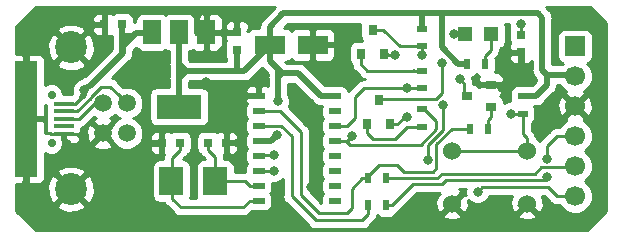
<source format=gbr>
G04 #@! TF.GenerationSoftware,KiCad,Pcbnew,5.0.0-fee4fd1~65~ubuntu17.10.1*
G04 #@! TF.CreationDate,2018-12-23T17:35:25+00:00*
G04 #@! TF.ProjectId,Programmer Using CH340G,50726F6772616D6D6572205573696E67,rev?*
G04 #@! TF.SameCoordinates,Original*
G04 #@! TF.FileFunction,Copper,L1,Top,Signal*
G04 #@! TF.FilePolarity,Positive*
%FSLAX46Y46*%
G04 Gerber Fmt 4.6, Leading zero omitted, Abs format (unit mm)*
G04 Created by KiCad (PCBNEW 5.0.0-fee4fd1~65~ubuntu17.10.1) date Sun Dec 23 17:35:25 2018*
%MOMM*%
%LPD*%
G01*
G04 APERTURE LIST*
G04 #@! TA.AperFunction,SMDPad,CuDef*
%ADD10R,1.900000X9.800000*%
G04 #@! TD*
G04 #@! TA.AperFunction,SMDPad,CuDef*
%ADD11R,1.700000X0.400000*%
G04 #@! TD*
G04 #@! TA.AperFunction,ComponentPad*
%ADD12C,0.700000*%
G04 #@! TD*
G04 #@! TA.AperFunction,SMDPad,CuDef*
%ADD13R,1.500000X2.000000*%
G04 #@! TD*
G04 #@! TA.AperFunction,SMDPad,CuDef*
%ADD14R,3.800000X2.000000*%
G04 #@! TD*
G04 #@! TA.AperFunction,SMDPad,CuDef*
%ADD15R,2.000000X2.400000*%
G04 #@! TD*
G04 #@! TA.AperFunction,ComponentPad*
%ADD16C,1.700000*%
G04 #@! TD*
G04 #@! TA.AperFunction,ComponentPad*
%ADD17R,1.700000X1.700000*%
G04 #@! TD*
G04 #@! TA.AperFunction,ComponentPad*
%ADD18C,2.700000*%
G04 #@! TD*
G04 #@! TA.AperFunction,ComponentPad*
%ADD19C,1.520000*%
G04 #@! TD*
G04 #@! TA.AperFunction,SMDPad,CuDef*
%ADD20R,0.800000X0.750000*%
G04 #@! TD*
G04 #@! TA.AperFunction,SMDPad,CuDef*
%ADD21R,0.750000X0.800000*%
G04 #@! TD*
G04 #@! TA.AperFunction,SMDPad,CuDef*
%ADD22R,0.500000X0.900000*%
G04 #@! TD*
G04 #@! TA.AperFunction,SMDPad,CuDef*
%ADD23R,0.900000X0.500000*%
G04 #@! TD*
G04 #@! TA.AperFunction,SMDPad,CuDef*
%ADD24R,1.200000X1.200000*%
G04 #@! TD*
G04 #@! TA.AperFunction,SMDPad,CuDef*
%ADD25R,2.600000X1.600000*%
G04 #@! TD*
G04 #@! TA.AperFunction,ComponentPad*
%ADD26C,1.524000*%
G04 #@! TD*
G04 #@! TA.AperFunction,SMDPad,CuDef*
%ADD27R,0.900000X0.800000*%
G04 #@! TD*
G04 #@! TA.AperFunction,SMDPad,CuDef*
%ADD28R,0.800000X0.900000*%
G04 #@! TD*
G04 #@! TA.AperFunction,SMDPad,CuDef*
%ADD29R,1.000000X0.500000*%
G04 #@! TD*
G04 #@! TA.AperFunction,ViaPad*
%ADD30C,0.800000*%
G04 #@! TD*
G04 #@! TA.AperFunction,Conductor*
%ADD31C,0.500000*%
G04 #@! TD*
G04 #@! TA.AperFunction,Conductor*
%ADD32C,0.250000*%
G04 #@! TD*
G04 #@! TA.AperFunction,Conductor*
%ADD33C,0.254000*%
G04 #@! TD*
G04 APERTURE END LIST*
D10*
G04 #@! TO.P,J1,6*
G04 #@! TO.N,GND*
X86360000Y-48831500D03*
D11*
G04 #@! TO.P,J1,4*
G04 #@! TO.N,N/C*
X89535000Y-49466500D03*
G04 #@! TO.P,J1,5*
G04 #@! TO.N,GND*
X89535000Y-50101500D03*
G04 #@! TO.P,J1,2*
G04 #@! TO.N,Net-(J1-Pad2)*
X89535000Y-48196500D03*
G04 #@! TO.P,J1,1*
G04 #@! TO.N,+5V*
X89535000Y-47561500D03*
G04 #@! TO.P,J1,3*
G04 #@! TO.N,Net-(J1-Pad3)*
X89535000Y-48831500D03*
D12*
G04 #@! TO.P,J1,*
G04 #@! TO.N,*
X88519000Y-50863500D03*
X88519000Y-46799500D03*
G04 #@! TD*
D13*
G04 #@! TO.P,IC1,1*
G04 #@! TO.N,GND*
X101614000Y-41490500D03*
G04 #@! TO.P,IC1,3*
G04 #@! TO.N,+5V*
X97014000Y-41490500D03*
G04 #@! TO.P,IC1,2*
G04 #@! TO.N,+3V3*
X99314000Y-41490500D03*
D14*
G04 #@! TO.P,IC1,4*
X99314000Y-47790500D03*
G04 #@! TD*
D15*
G04 #@! TO.P,Y1,2*
G04 #@! TO.N,Net-(C2-Pad1)*
X98670500Y-54102000D03*
G04 #@! TO.P,Y1,1*
G04 #@! TO.N,Net-(C1-Pad1)*
X102370500Y-54102000D03*
G04 #@! TD*
D16*
G04 #@! TO.P,J2,6*
G04 #@! TO.N,/GPIO0*
X132842000Y-55372000D03*
G04 #@! TO.P,J2,5*
G04 #@! TO.N,RX*
X132842000Y-52832000D03*
G04 #@! TO.P,J2,4*
G04 #@! TO.N,TX*
X132842000Y-50292000D03*
G04 #@! TO.P,J2,3*
G04 #@! TO.N,GND*
X132842000Y-47752000D03*
G04 #@! TO.P,J2,2*
G04 #@! TO.N,+3V3*
X132842000Y-45212000D03*
D17*
G04 #@! TO.P,J2,1*
G04 #@! TO.N,/RST*
X132842000Y-42672000D03*
G04 #@! TD*
D18*
G04 #@! TO.P,J3,5*
G04 #@! TO.N,GND*
X90169000Y-54768000D03*
X90169000Y-42768000D03*
D19*
G04 #@! TO.P,J3,3*
G04 #@! TO.N,Net-(J1-Pad3)*
X92869000Y-47498000D03*
G04 #@! TO.P,J3,4*
G04 #@! TO.N,GND*
X92869000Y-50038000D03*
G04 #@! TO.P,J3,1*
G04 #@! TO.N,+5V*
X94869000Y-50038000D03*
G04 #@! TO.P,J3,2*
G04 #@! TO.N,Net-(J1-Pad2)*
X94869000Y-47498000D03*
G04 #@! TD*
D20*
G04 #@! TO.P,C1,2*
G04 #@! TO.N,GND*
X103302500Y-50863500D03*
G04 #@! TO.P,C1,1*
G04 #@! TO.N,Net-(C1-Pad1)*
X101802500Y-50863500D03*
G04 #@! TD*
G04 #@! TO.P,C2,2*
G04 #@! TO.N,GND*
X97865500Y-50863500D03*
G04 #@! TO.P,C2,1*
G04 #@! TO.N,Net-(C2-Pad1)*
X99365500Y-50863500D03*
G04 #@! TD*
G04 #@! TO.P,C4,2*
G04 #@! TO.N,GND*
X92988000Y-40830500D03*
G04 #@! TO.P,C4,1*
G04 #@! TO.N,+5V*
X94488000Y-40830500D03*
G04 #@! TD*
D21*
G04 #@! TO.P,C6,1*
G04 #@! TO.N,/RST*
X128270000Y-41680000D03*
G04 #@! TO.P,C6,2*
G04 #@! TO.N,GND*
X128270000Y-43180000D03*
G04 #@! TD*
D22*
G04 #@! TO.P,R1,2*
G04 #@! TO.N,Net-(R1-Pad2)*
X115340000Y-56134000D03*
G04 #@! TO.P,R1,1*
G04 #@! TO.N,TX*
X116840000Y-56134000D03*
G04 #@! TD*
G04 #@! TO.P,R2,1*
G04 #@! TO.N,RX*
X116840000Y-53848000D03*
G04 #@! TO.P,R2,2*
G04 #@! TO.N,Net-(R2-Pad2)*
X115340000Y-53848000D03*
G04 #@! TD*
G04 #@! TO.P,R3,1*
G04 #@! TO.N,Net-(R3-Pad1)*
X125464000Y-49657000D03*
G04 #@! TO.P,R3,2*
G04 #@! TO.N,Net-(R2-Pad2)*
X123964000Y-49657000D03*
G04 #@! TD*
G04 #@! TO.P,R4,2*
G04 #@! TO.N,Net-(D2-Pad2)*
X125222000Y-44196000D03*
G04 #@! TO.P,R4,1*
G04 #@! TO.N,+3V3*
X123722000Y-44196000D03*
G04 #@! TD*
D23*
G04 #@! TO.P,R5,1*
G04 #@! TO.N,Net-(R5-Pad1)*
X119888000Y-44728000D03*
G04 #@! TO.P,R5,2*
G04 #@! TO.N,Net-(R5-Pad2)*
X119888000Y-46228000D03*
G04 #@! TD*
G04 #@! TO.P,R6,2*
G04 #@! TO.N,Net-(R6-Pad2)*
X119888000Y-48018000D03*
G04 #@! TO.P,R6,1*
G04 #@! TO.N,Net-(R6-Pad1)*
X119888000Y-49518000D03*
G04 #@! TD*
D24*
G04 #@! TO.P,D2,1*
G04 #@! TO.N,Net-(D2-Pad1)*
X123530000Y-41656000D03*
G04 #@! TO.P,D2,2*
G04 #@! TO.N,Net-(D2-Pad2)*
X125730000Y-41656000D03*
G04 #@! TD*
D23*
G04 #@! TO.P,R7,1*
G04 #@! TO.N,+3V3*
X128397000Y-46875000D03*
G04 #@! TO.P,R7,2*
G04 #@! TO.N,/RST*
X128397000Y-48375000D03*
G04 #@! TD*
G04 #@! TO.P,R8,2*
G04 #@! TO.N,/GPIO0*
X119888000Y-42672000D03*
G04 #@! TO.P,R8,1*
G04 #@! TO.N,+3V3*
X119888000Y-41172000D03*
G04 #@! TD*
D25*
G04 #@! TO.P,C3,2*
G04 #@! TO.N,GND*
X110617000Y-42545000D03*
G04 #@! TO.P,C3,1*
G04 #@! TO.N,+3V3*
X107017000Y-42545000D03*
G04 #@! TD*
D21*
G04 #@! TO.P,C5,1*
G04 #@! TO.N,+3V3*
X104203500Y-42977500D03*
G04 #@! TO.P,C5,2*
G04 #@! TO.N,GND*
X104203500Y-41477500D03*
G04 #@! TD*
D26*
G04 #@! TO.P,SW1,1*
G04 #@! TO.N,/RST*
X128778000Y-51562000D03*
G04 #@! TO.P,SW1,2*
G04 #@! TO.N,GND*
X128778000Y-56007000D03*
G04 #@! TO.P,SW1,3*
G04 #@! TO.N,/RST*
X122428000Y-51562000D03*
G04 #@! TO.P,SW1,4*
G04 #@! TO.N,GND*
X122428000Y-56007000D03*
G04 #@! TD*
D27*
G04 #@! TO.P,T1,1*
G04 #@! TO.N,Net-(R3-Pad1)*
X125714000Y-47813000D03*
G04 #@! TO.P,T1,2*
G04 #@! TO.N,GND*
X125714000Y-45913000D03*
G04 #@! TO.P,T1,3*
G04 #@! TO.N,Net-(D2-Pad1)*
X123714000Y-46863000D03*
G04 #@! TD*
D28*
G04 #@! TO.P,T2,3*
G04 #@! TO.N,/GPIO0*
X115697000Y-41291000D03*
G04 #@! TO.P,T2,2*
G04 #@! TO.N,Net-(R6-Pad2)*
X116647000Y-43291000D03*
G04 #@! TO.P,T2,1*
G04 #@! TO.N,Net-(R5-Pad1)*
X114747000Y-43291000D03*
G04 #@! TD*
G04 #@! TO.P,T3,1*
G04 #@! TO.N,Net-(R6-Pad1)*
X115255000Y-49260000D03*
G04 #@! TO.P,T3,2*
G04 #@! TO.N,Net-(R5-Pad2)*
X117155000Y-49260000D03*
G04 #@! TO.P,T3,3*
G04 #@! TO.N,/RST*
X116205000Y-47260000D03*
G04 #@! TD*
D29*
G04 #@! TO.P,U1,1*
G04 #@! TO.N,GND*
X106045000Y-46863000D03*
G04 #@! TO.P,U1,2*
G04 #@! TO.N,Net-(R2-Pad2)*
X106045000Y-48133000D03*
G04 #@! TO.P,U1,3*
G04 #@! TO.N,Net-(R1-Pad2)*
X106045000Y-49403000D03*
G04 #@! TO.P,U1,4*
G04 #@! TO.N,+3V3*
X106045000Y-50673000D03*
G04 #@! TO.P,U1,5*
G04 #@! TO.N,Net-(J1-Pad3)*
X106045000Y-51943000D03*
G04 #@! TO.P,U1,6*
G04 #@! TO.N,Net-(J1-Pad2)*
X106045000Y-53213000D03*
G04 #@! TO.P,U1,7*
G04 #@! TO.N,Net-(C1-Pad1)*
X106045000Y-54483000D03*
G04 #@! TO.P,U1,10*
G04 #@! TO.N,N/C*
X112522000Y-54483000D03*
G04 #@! TO.P,U1,11*
X112522000Y-53213000D03*
G04 #@! TO.P,U1,12*
X112522000Y-51943000D03*
G04 #@! TO.P,U1,13*
G04 #@! TO.N,Net-(R6-Pad2)*
X112522000Y-50673000D03*
G04 #@! TO.P,U1,14*
G04 #@! TO.N,Net-(R5-Pad2)*
X112522000Y-49403000D03*
G04 #@! TO.P,U1,8*
G04 #@! TO.N,Net-(C2-Pad1)*
X106045000Y-55753000D03*
G04 #@! TO.P,U1,9*
G04 #@! TO.N,N/C*
X112522000Y-55753000D03*
G04 #@! TO.P,U1,15*
X112522000Y-48133000D03*
G04 #@! TO.P,U1,16*
G04 #@! TO.N,+3V3*
X112522000Y-46863000D03*
G04 #@! TD*
D30*
G04 #@! TO.N,GND*
X104648000Y-46863000D03*
X100852000Y-40054000D03*
X112776000Y-42545000D03*
X128651000Y-44958000D03*
X104267000Y-50863500D03*
X126619000Y-46228000D03*
X119888000Y-57150000D03*
X118110000Y-57150000D03*
X109220000Y-57150000D03*
X96520000Y-57150000D03*
X92710000Y-57150000D03*
X88900000Y-57150000D03*
X96520000Y-44450000D03*
X101600000Y-45720000D03*
X110490000Y-48260000D03*
X113030000Y-44450000D03*
X125730000Y-57150000D03*
X132080000Y-40640000D03*
X130810000Y-48260000D03*
X96647000Y-50927000D03*
X89789000Y-50927000D03*
X86360000Y-43370500D03*
X86360000Y-54356000D03*
X92710000Y-53340000D03*
X95250000Y-53340000D03*
X95250000Y-55880000D03*
X92710000Y-55880000D03*
X97790000Y-44450000D03*
X87630000Y-40640000D03*
X102870000Y-48260000D03*
X110490000Y-54610000D03*
X129540000Y-49530000D03*
G04 #@! TO.N,+3V3*
X107569000Y-50165000D03*
X107696000Y-47307500D03*
G04 #@! TO.N,+5V*
X91249500Y-46418500D03*
G04 #@! TO.N,/RST*
X121539000Y-44069000D03*
X128270000Y-40767000D03*
X127381000Y-48387000D03*
G04 #@! TO.N,Net-(J1-Pad3)*
X107315000Y-51879500D03*
G04 #@! TO.N,Net-(J1-Pad2)*
X107315000Y-53213000D03*
G04 #@! TO.N,/GPIO0*
X124587000Y-54991000D03*
X121666000Y-47625000D03*
X119888000Y-43434000D03*
X120375001Y-52322472D03*
G04 #@! TO.N,TX*
X130429000Y-53721000D03*
X130429000Y-52197000D03*
G04 #@! TO.N,Net-(D2-Pad1)*
X122555000Y-41656000D03*
X123063000Y-45466000D03*
G04 #@! TO.N,Net-(R5-Pad2)*
X118618000Y-48641000D03*
X118618000Y-46228000D03*
G04 #@! TO.N,Net-(R6-Pad2)*
X113919000Y-50292000D03*
X117602000Y-43434000D03*
G04 #@! TD*
D31*
G04 #@! TO.N,GND*
X106045000Y-46863000D02*
X104648000Y-46863000D01*
X100965000Y-39941000D02*
X100852000Y-40054000D01*
X100852000Y-41554000D02*
X100852000Y-40054000D01*
X101220000Y-41922000D02*
X100852000Y-41554000D01*
X110617000Y-42545000D02*
X112776000Y-42545000D01*
X128270000Y-44577000D02*
X128651000Y-44958000D01*
X128270000Y-43180000D02*
X128270000Y-44577000D01*
X103378000Y-50863500D02*
X104140000Y-50863500D01*
D32*
X127990000Y-56134000D02*
X128778000Y-56134000D01*
X128778000Y-56134000D02*
X129240000Y-56134000D01*
D31*
X125714000Y-45913000D02*
X126304000Y-45913000D01*
X126304000Y-45913000D02*
X126619000Y-46228000D01*
X97433000Y-50927000D02*
X96647000Y-50927000D01*
D32*
X89408000Y-50551500D02*
X89783500Y-50927000D01*
X89408000Y-50101500D02*
X89408000Y-50551500D01*
X89783500Y-50927000D02*
X89789000Y-50927000D01*
D31*
X86360000Y-48831500D02*
X86360000Y-43370500D01*
X86360000Y-48831500D02*
X86360000Y-54356000D01*
D32*
X88435000Y-50101500D02*
X88371500Y-50038000D01*
X89535000Y-50101500D02*
X88435000Y-50101500D01*
X88371500Y-50038000D02*
X88011000Y-50038000D01*
X90635000Y-50101500D02*
X90932000Y-50398500D01*
X89535000Y-50101500D02*
X90635000Y-50101500D01*
X90932000Y-50398500D02*
X90932000Y-50800000D01*
G04 #@! TO.N,Net-(C1-Pad1)*
X105295000Y-54483000D02*
X104914000Y-54102000D01*
X106045000Y-54483000D02*
X105295000Y-54483000D01*
X104914000Y-54102000D02*
X102425500Y-54102000D01*
X101802500Y-51488500D02*
X102362000Y-52048000D01*
X101802500Y-50863500D02*
X101802500Y-51488500D01*
X102362000Y-52048000D02*
X102362000Y-54102000D01*
G04 #@! TO.N,Net-(C2-Pad1)*
X105295000Y-55753000D02*
X104723500Y-56324500D01*
X106045000Y-55753000D02*
X105295000Y-55753000D01*
X104723500Y-56324500D02*
X99441000Y-56324500D01*
X99441000Y-56324500D02*
X98742500Y-55626000D01*
X98742500Y-55626000D02*
X98742500Y-54102000D01*
X99365500Y-51488500D02*
X98742500Y-52111500D01*
X99365500Y-50863500D02*
X99365500Y-51488500D01*
X98742500Y-52111500D02*
X98742500Y-54102000D01*
D31*
G04 #@! TO.N,+3V3*
X121539000Y-39878000D02*
X119888000Y-39878000D01*
X123722000Y-44196000D02*
X122972000Y-44196000D01*
X122972000Y-44196000D02*
X121539000Y-42763000D01*
X121539000Y-42763000D02*
X121539000Y-39878000D01*
X129667000Y-39878000D02*
X121539000Y-39878000D01*
X119888000Y-41172000D02*
X119888000Y-39878000D01*
X130048000Y-44218000D02*
X130048000Y-40259000D01*
X130048000Y-40259000D02*
X129667000Y-39878000D01*
X107017000Y-41065000D02*
X107017000Y-42545000D01*
X107017000Y-43898000D02*
X107017000Y-42545000D01*
X130048000Y-44218000D02*
X130048000Y-44704000D01*
X130048000Y-44704000D02*
X130429000Y-45085000D01*
X130429000Y-45085000D02*
X132842000Y-45085000D01*
X130429000Y-45085000D02*
X130429000Y-45974000D01*
X130429000Y-45974000D02*
X129540000Y-46863000D01*
X129540000Y-46863000D02*
X128524000Y-46863000D01*
X108140500Y-39878000D02*
X106997500Y-41021000D01*
X119888000Y-39878000D02*
X108140500Y-39878000D01*
X109418500Y-44958000D02*
X108013500Y-44958000D01*
X112395000Y-46863000D02*
X111323500Y-46863000D01*
X108013500Y-44958000D02*
X106997500Y-43942000D01*
X111323500Y-46863000D02*
X109418500Y-44958000D01*
X106045000Y-50673000D02*
X107061000Y-50673000D01*
X107061000Y-50673000D02*
X107569000Y-50165000D01*
X107696000Y-47307500D02*
X107696000Y-45275500D01*
X107696000Y-45275500D02*
X108013500Y-44958000D01*
X107696000Y-45275500D02*
X107696000Y-44640500D01*
X99314000Y-47790500D02*
X99314000Y-47752000D01*
X104775000Y-44767500D02*
X99377500Y-44767500D01*
X107017000Y-42545000D02*
X106997500Y-42545000D01*
X106997500Y-42545000D02*
X104775000Y-44767500D01*
X99314000Y-44069000D02*
X99314000Y-44196000D01*
X99314000Y-47752000D02*
X99314000Y-44069000D01*
X99314000Y-44069000D02*
X99314000Y-41529000D01*
X99314000Y-44196000D02*
X99885500Y-44767500D01*
X99885500Y-44767500D02*
X99314000Y-45339000D01*
X99314000Y-45339000D02*
X99314000Y-45402500D01*
X104203500Y-42977500D02*
X104203500Y-43877500D01*
X104203500Y-43877500D02*
X104203500Y-44704000D01*
D32*
G04 #@! TO.N,+5V*
X90508000Y-47561500D02*
X90995500Y-47074000D01*
X89408000Y-47561500D02*
X90508000Y-47561500D01*
X90995500Y-47074000D02*
X90995500Y-47053500D01*
D31*
X91249500Y-46418500D02*
X91249500Y-46799500D01*
X91249500Y-46799500D02*
X91059000Y-46990000D01*
X91649499Y-46018501D02*
X91776499Y-46018501D01*
X91249500Y-46418500D02*
X91649499Y-46018501D01*
X91776499Y-46018501D02*
X94551500Y-43243500D01*
X94551500Y-43243500D02*
X94488000Y-43180000D01*
X94488000Y-43180000D02*
X94488000Y-40957500D01*
X94551500Y-43243500D02*
X94551500Y-42672000D01*
X94551500Y-42672000D02*
X95377000Y-41846500D01*
X95377000Y-41846500D02*
X95694500Y-41529000D01*
X95694500Y-41529000D02*
X96647000Y-41529000D01*
X95377000Y-41846500D02*
X94551500Y-41846500D01*
X94551500Y-41846500D02*
X94805500Y-42100500D01*
X94805500Y-42100500D02*
X94805500Y-42164000D01*
D32*
G04 #@! TO.N,/RST*
X128270000Y-40767000D02*
X128270000Y-41680000D01*
X116350999Y-47225001D02*
X116332000Y-47244000D01*
X121539000Y-44069000D02*
X121539000Y-46609000D01*
X121539000Y-46609000D02*
X121031000Y-47117000D01*
X121031000Y-47117000D02*
X116459000Y-47117000D01*
X116459000Y-47117000D02*
X116332000Y-47244000D01*
X128778000Y-50484370D02*
X128397000Y-50103370D01*
X128778000Y-51562000D02*
X128778000Y-50484370D01*
X128397000Y-50103370D02*
X128397000Y-48387000D01*
X127381000Y-48387000D02*
X128397000Y-48387000D01*
X122428000Y-51562000D02*
X128778000Y-51562000D01*
G04 #@! TO.N,Net-(J1-Pad3)*
X89408000Y-48831500D02*
X90868500Y-48831500D01*
X90868500Y-48831500D02*
X92202000Y-47498000D01*
X92202000Y-47498000D02*
X92837000Y-47498000D01*
X107315000Y-51879500D02*
X106108500Y-51879500D01*
X106108500Y-51879500D02*
X106045000Y-51943000D01*
G04 #@! TO.N,Net-(J1-Pad2)*
X94869000Y-47498000D02*
X94805500Y-47498000D01*
X92711411Y-46101000D02*
X93472000Y-46101000D01*
X93472000Y-46101000D02*
X94109001Y-46738001D01*
X94109001Y-46738001D02*
X94869000Y-47498000D01*
X91824511Y-46987900D02*
X92711411Y-46101000D01*
X91824511Y-47037677D02*
X91824511Y-46987900D01*
X90665688Y-48196500D02*
X91824511Y-47037677D01*
X89408000Y-48196500D02*
X90665688Y-48196500D01*
X107315000Y-53213000D02*
X106045000Y-53213000D01*
G04 #@! TO.N,/GPIO0*
X118110000Y-42672000D02*
X119888000Y-42672000D01*
X118110000Y-42672000D02*
X117983000Y-42672000D01*
X117983000Y-42672000D02*
X116586000Y-41275000D01*
X116586000Y-41275000D02*
X115697000Y-41275000D01*
X131292000Y-55372000D02*
X130530000Y-54610000D01*
X132842000Y-55372000D02*
X131292000Y-55372000D01*
X130530000Y-54610000D02*
X124968000Y-54610000D01*
X124968000Y-54610000D02*
X124587000Y-54991000D01*
X119888000Y-43434000D02*
X119888000Y-42672000D01*
X120375001Y-51756787D02*
X120375001Y-52322472D01*
X120375001Y-51073589D02*
X120375001Y-51756787D01*
X121666000Y-49782590D02*
X120375001Y-51073589D01*
X121666000Y-47625000D02*
X121666000Y-49782590D01*
G04 #@! TO.N,RX*
X132542000Y-52832000D02*
X132715000Y-52832000D01*
X132805001Y-52922001D02*
X132842000Y-52959000D01*
X129413000Y-53467000D02*
X129957999Y-52922001D01*
X121539000Y-53467000D02*
X129413000Y-53467000D01*
X129957999Y-52922001D02*
X132805001Y-52922001D01*
X116840000Y-53848000D02*
X121158000Y-53848000D01*
X121158000Y-53848000D02*
X121539000Y-53467000D01*
G04 #@! TO.N,TX*
X132842000Y-50292000D02*
X132542000Y-50292000D01*
X130429000Y-52197000D02*
X130429000Y-51631315D01*
X130429000Y-51631315D02*
X130429000Y-51308000D01*
X130429000Y-51155000D02*
X131292000Y-50292000D01*
X130429000Y-51308000D02*
X130429000Y-51155000D01*
X131292000Y-50292000D02*
X132842000Y-50292000D01*
X121920000Y-53975000D02*
X130175000Y-53975000D01*
X130175000Y-53975000D02*
X130429000Y-53721000D01*
X116840000Y-56134000D02*
X117340000Y-56134000D01*
X121539000Y-54356000D02*
X121920000Y-53975000D01*
X119118000Y-54356000D02*
X121539000Y-54356000D01*
X117340000Y-56134000D02*
X119118000Y-54356000D01*
G04 #@! TO.N,Net-(R1-Pad2)*
X110871000Y-57404000D02*
X114808000Y-57404000D01*
X114808000Y-57404000D02*
X115340000Y-56872000D01*
X108839000Y-55372000D02*
X110871000Y-57404000D01*
X106045000Y-49403000D02*
X107950000Y-49403000D01*
X108839000Y-50292000D02*
X108839000Y-55372000D01*
X107950000Y-49403000D02*
X108839000Y-50292000D01*
X115340000Y-56872000D02*
X115340000Y-56134000D01*
G04 #@! TO.N,Net-(R2-Pad2)*
X109601000Y-49911000D02*
X107823000Y-48133000D01*
X107823000Y-48133000D02*
X106045000Y-48133000D01*
X109601000Y-55245000D02*
X109601000Y-49911000D01*
X111125000Y-56769000D02*
X109601000Y-55245000D01*
X113538000Y-56769000D02*
X111125000Y-56769000D01*
X113919000Y-56388000D02*
X113538000Y-56769000D01*
X113919000Y-54769000D02*
X113919000Y-56388000D01*
X115340000Y-53848000D02*
X114840000Y-53848000D01*
X114840000Y-53848000D02*
X113919000Y-54769000D01*
X115340000Y-53648000D02*
X115340000Y-53848000D01*
X116283000Y-52705000D02*
X115340000Y-53648000D01*
X121100011Y-50984989D02*
X121100011Y-53016989D01*
X121100011Y-53016989D02*
X120777000Y-53340000D01*
X118364000Y-53340000D02*
X117729000Y-52705000D01*
X120777000Y-53340000D02*
X118364000Y-53340000D01*
X122428000Y-49657000D02*
X121100011Y-50984989D01*
X117729000Y-52705000D02*
X116283000Y-52705000D01*
X122428000Y-49657000D02*
X123952000Y-49657000D01*
X123952000Y-49657000D02*
X123952000Y-49530000D01*
G04 #@! TO.N,Net-(D2-Pad1)*
X123462999Y-45865999D02*
X123462999Y-46627999D01*
X123063000Y-45466000D02*
X123462999Y-45865999D01*
X123462999Y-46627999D02*
X123698000Y-46863000D01*
X122555000Y-41656000D02*
X123507500Y-41656000D01*
G04 #@! TO.N,Net-(D2-Pad2)*
X125730000Y-42988000D02*
X125730000Y-41656000D01*
X125222000Y-44196000D02*
X125222000Y-43496000D01*
X125222000Y-43496000D02*
X125730000Y-42988000D01*
G04 #@! TO.N,Net-(R3-Pad1)*
X125464000Y-48957000D02*
X125730000Y-48691000D01*
X125464000Y-49657000D02*
X125464000Y-48957000D01*
X125730000Y-48691000D02*
X125730000Y-47752000D01*
G04 #@! TO.N,Net-(R5-Pad1)*
X119888000Y-44728000D02*
X119188000Y-44728000D01*
X119188000Y-44728000D02*
X119164000Y-44704000D01*
X119188000Y-44728000D02*
X117372000Y-44728000D01*
X117372000Y-44728000D02*
X115213000Y-44728000D01*
X115213000Y-44728000D02*
X114681000Y-44196000D01*
X114681000Y-44196000D02*
X114681000Y-43307000D01*
G04 #@! TO.N,Net-(R5-Pad2)*
X112522000Y-49403000D02*
X113538000Y-49403000D01*
X113538000Y-49403000D02*
X114173000Y-48768000D01*
X114173000Y-48768000D02*
X114173000Y-46990000D01*
X114173000Y-46990000D02*
X114935000Y-46228000D01*
X117805000Y-49260000D02*
X118424000Y-48641000D01*
X117155000Y-49260000D02*
X117805000Y-49260000D01*
X118424000Y-48641000D02*
X118618000Y-48641000D01*
X119888000Y-46228000D02*
X118618000Y-46228000D01*
X118618000Y-46228000D02*
X114935000Y-46228000D01*
G04 #@! TO.N,Net-(R6-Pad2)*
X113411000Y-50673000D02*
X112395000Y-50673000D01*
X113411000Y-50673000D02*
X113538000Y-50673000D01*
X113538000Y-50673000D02*
X113919000Y-50292000D01*
X117036315Y-43434000D02*
X116909315Y-43307000D01*
X117602000Y-43434000D02*
X117036315Y-43434000D01*
X116909315Y-43307000D02*
X116586000Y-43307000D01*
X119888000Y-48018000D02*
X120088000Y-48018000D01*
X121090990Y-49020990D02*
X121090990Y-49721190D01*
X121090990Y-49721190D02*
X119758180Y-51054000D01*
X113792000Y-51054000D02*
X113411000Y-50673000D01*
X120088000Y-48018000D02*
X121090990Y-49020990D01*
X119758180Y-51054000D02*
X113792000Y-51054000D01*
G04 #@! TO.N,Net-(R6-Pad1)*
X117602000Y-50546000D02*
X118630000Y-49518000D01*
X118630000Y-49518000D02*
X119888000Y-49518000D01*
X116114000Y-50546000D02*
X117602000Y-50546000D01*
X116114000Y-50546000D02*
X115697000Y-50546000D01*
X115697000Y-50546000D02*
X115189000Y-50038000D01*
X115189000Y-50038000D02*
X115189000Y-49276000D01*
G04 #@! TD*
D33*
G04 #@! TO.N,GND*
G36*
X106310076Y-40456846D02*
X106163848Y-40675691D01*
X106095163Y-41021000D01*
X106110391Y-41097560D01*
X105717000Y-41097560D01*
X105469235Y-41146843D01*
X105259191Y-41287191D01*
X105213500Y-41355572D01*
X105213500Y-41350498D01*
X105054752Y-41350498D01*
X105213500Y-41191750D01*
X105213500Y-40951191D01*
X105116827Y-40717802D01*
X104938199Y-40539173D01*
X104704810Y-40442500D01*
X104489250Y-40442500D01*
X104330500Y-40601250D01*
X104330500Y-41350500D01*
X104350500Y-41350500D01*
X104350500Y-41604500D01*
X104330500Y-41604500D01*
X104330500Y-41624500D01*
X104076500Y-41624500D01*
X104076500Y-41604500D01*
X103352250Y-41604500D01*
X103193500Y-41763250D01*
X103193500Y-42003809D01*
X103290173Y-42237198D01*
X103291373Y-42238398D01*
X103230343Y-42329735D01*
X103181060Y-42577500D01*
X103181060Y-43377500D01*
X103230343Y-43625265D01*
X103318501Y-43757201D01*
X103318501Y-43790332D01*
X103318500Y-43790336D01*
X103318500Y-43882500D01*
X100252079Y-43882500D01*
X100199000Y-43829422D01*
X100199000Y-43111087D01*
X100311765Y-43088657D01*
X100463047Y-42987573D01*
X100504301Y-43028827D01*
X100737690Y-43125500D01*
X101328250Y-43125500D01*
X101487000Y-42966750D01*
X101487000Y-41617500D01*
X101741000Y-41617500D01*
X101741000Y-42966750D01*
X101899750Y-43125500D01*
X102490310Y-43125500D01*
X102723699Y-43028827D01*
X102902327Y-42850198D01*
X102999000Y-42616809D01*
X102999000Y-41776250D01*
X102840250Y-41617500D01*
X101741000Y-41617500D01*
X101487000Y-41617500D01*
X101467000Y-41617500D01*
X101467000Y-41363500D01*
X101487000Y-41363500D01*
X101487000Y-40014250D01*
X101741000Y-40014250D01*
X101741000Y-41363500D01*
X102840250Y-41363500D01*
X102999000Y-41204750D01*
X102999000Y-40951191D01*
X103193500Y-40951191D01*
X103193500Y-41191750D01*
X103352250Y-41350500D01*
X104076500Y-41350500D01*
X104076500Y-40601250D01*
X103917750Y-40442500D01*
X103702190Y-40442500D01*
X103468801Y-40539173D01*
X103290173Y-40717802D01*
X103193500Y-40951191D01*
X102999000Y-40951191D01*
X102999000Y-40364191D01*
X102902327Y-40130802D01*
X102723699Y-39952173D01*
X102490310Y-39855500D01*
X101899750Y-39855500D01*
X101741000Y-40014250D01*
X101487000Y-40014250D01*
X101328250Y-39855500D01*
X100737690Y-39855500D01*
X100504301Y-39952173D01*
X100463047Y-39993427D01*
X100311765Y-39892343D01*
X100064000Y-39843060D01*
X98564000Y-39843060D01*
X98316235Y-39892343D01*
X98164000Y-39994064D01*
X98011765Y-39892343D01*
X97764000Y-39843060D01*
X96264000Y-39843060D01*
X96016235Y-39892343D01*
X95806191Y-40032691D01*
X95665843Y-40242735D01*
X95616560Y-40490500D01*
X95616560Y-40642166D01*
X95607339Y-40644000D01*
X95607335Y-40644000D01*
X95535440Y-40658301D01*
X95535440Y-40455500D01*
X95486157Y-40207735D01*
X95345809Y-39997691D01*
X95135765Y-39857343D01*
X94888000Y-39808060D01*
X94088000Y-39808060D01*
X93840235Y-39857343D01*
X93748898Y-39918373D01*
X93747698Y-39917173D01*
X93514309Y-39820500D01*
X93273750Y-39820500D01*
X93115000Y-39979250D01*
X93115000Y-40703500D01*
X93135000Y-40703500D01*
X93135000Y-40957500D01*
X93115000Y-40957500D01*
X93115000Y-41681750D01*
X93273750Y-41840500D01*
X93514309Y-41840500D01*
X93603001Y-41803763D01*
X93603000Y-42940421D01*
X91372077Y-45171345D01*
X91304189Y-45184849D01*
X91011450Y-45380452D01*
X90996321Y-45403094D01*
X90663220Y-45541069D01*
X90372069Y-45832220D01*
X90214500Y-46212626D01*
X90214500Y-46624374D01*
X90224559Y-46648658D01*
X90211550Y-46714060D01*
X89504000Y-46714060D01*
X89504000Y-46603571D01*
X89354042Y-46241542D01*
X89076958Y-45964458D01*
X88714929Y-45814500D01*
X88323071Y-45814500D01*
X87961042Y-45964458D01*
X87945000Y-45980500D01*
X87945000Y-44173593D01*
X88943012Y-44173593D01*
X89084478Y-44476782D01*
X89820955Y-44761737D01*
X90610418Y-44743164D01*
X91253522Y-44476782D01*
X91394988Y-44173593D01*
X90169000Y-42947605D01*
X88943012Y-44173593D01*
X87945000Y-44173593D01*
X87945000Y-43805191D01*
X87848327Y-43571802D01*
X87669699Y-43393173D01*
X87436310Y-43296500D01*
X86645750Y-43296500D01*
X86487000Y-43455250D01*
X86487000Y-48704500D01*
X87786250Y-48704500D01*
X87945000Y-48545750D01*
X87945000Y-47618500D01*
X87961042Y-47634542D01*
X88037560Y-47666237D01*
X88037560Y-47761500D01*
X88060932Y-47879000D01*
X88037560Y-47996500D01*
X88037560Y-48396500D01*
X88060932Y-48514000D01*
X88037560Y-48631500D01*
X88037560Y-49031500D01*
X88060932Y-49149000D01*
X88037560Y-49266500D01*
X88037560Y-49666500D01*
X88056202Y-49760219D01*
X88050000Y-49775191D01*
X88050000Y-49842750D01*
X88078234Y-49870984D01*
X88086843Y-49914265D01*
X88119334Y-49962891D01*
X88091312Y-49974498D01*
X88050000Y-49974498D01*
X88050000Y-49991610D01*
X87961042Y-50028458D01*
X87945000Y-50044500D01*
X87945000Y-49117250D01*
X87786250Y-48958500D01*
X86487000Y-48958500D01*
X86487000Y-54207750D01*
X86645750Y-54366500D01*
X87436310Y-54366500D01*
X87669699Y-54269827D01*
X87848327Y-54091198D01*
X87945000Y-53857809D01*
X87945000Y-53362407D01*
X88943012Y-53362407D01*
X90169000Y-54588395D01*
X91394988Y-53362407D01*
X91253522Y-53059218D01*
X90517045Y-52774263D01*
X89727582Y-52792836D01*
X89084478Y-53059218D01*
X88943012Y-53362407D01*
X87945000Y-53362407D01*
X87945000Y-51682500D01*
X87961042Y-51698542D01*
X88323071Y-51848500D01*
X88714929Y-51848500D01*
X89076958Y-51698542D01*
X89354042Y-51421458D01*
X89504000Y-51059429D01*
X89504000Y-51016764D01*
X92069841Y-51016764D01*
X92139059Y-51258742D01*
X92661780Y-51445155D01*
X93216049Y-51417341D01*
X93598941Y-51258742D01*
X93668159Y-51016764D01*
X92869000Y-50217605D01*
X92069841Y-51016764D01*
X89504000Y-51016764D01*
X89504000Y-50667571D01*
X89408000Y-50435808D01*
X89408000Y-50313940D01*
X89662000Y-50313940D01*
X89662000Y-50777750D01*
X89820750Y-50936500D01*
X90511310Y-50936500D01*
X90744699Y-50839827D01*
X90923327Y-50661198D01*
X91020000Y-50427809D01*
X91020000Y-50360250D01*
X90861250Y-50201500D01*
X90727285Y-50201500D01*
X90842809Y-50124309D01*
X90983157Y-49914265D01*
X90991766Y-49870984D01*
X91020000Y-49842750D01*
X91020000Y-49830780D01*
X91461845Y-49830780D01*
X91489659Y-50385049D01*
X91648258Y-50767941D01*
X91890236Y-50837159D01*
X92689395Y-50038000D01*
X91890236Y-49238841D01*
X91648258Y-49308059D01*
X91461845Y-49830780D01*
X91020000Y-49830780D01*
X91020000Y-49775191D01*
X91013798Y-49760219D01*
X91032440Y-49666500D01*
X91032440Y-49573779D01*
X91165037Y-49547404D01*
X91416429Y-49379429D01*
X91458831Y-49315970D01*
X92089672Y-48685129D01*
X92273859Y-48761422D01*
X92139059Y-48817258D01*
X92069841Y-49059236D01*
X92869000Y-49858395D01*
X93668159Y-49059236D01*
X93598941Y-48817258D01*
X93454069Y-48765594D01*
X93659204Y-48680624D01*
X93869000Y-48470828D01*
X94078796Y-48680624D01*
X94289740Y-48768000D01*
X94078796Y-48855376D01*
X93686376Y-49247796D01*
X93578590Y-49508015D01*
X93048605Y-50038000D01*
X93578590Y-50567985D01*
X93686376Y-50828204D01*
X94078796Y-51220624D01*
X94591517Y-51433000D01*
X95146483Y-51433000D01*
X95659204Y-51220624D01*
X95730578Y-51149250D01*
X96830500Y-51149250D01*
X96830500Y-51364810D01*
X96927173Y-51598199D01*
X97105802Y-51776827D01*
X97339191Y-51873500D01*
X97579750Y-51873500D01*
X97738500Y-51714750D01*
X97738500Y-50990500D01*
X96989250Y-50990500D01*
X96830500Y-51149250D01*
X95730578Y-51149250D01*
X96051624Y-50828204D01*
X96244653Y-50362190D01*
X96830500Y-50362190D01*
X96830500Y-50577750D01*
X96989250Y-50736500D01*
X97738500Y-50736500D01*
X97738500Y-50012250D01*
X97579750Y-49853500D01*
X97339191Y-49853500D01*
X97105802Y-49950173D01*
X96927173Y-50128801D01*
X96830500Y-50362190D01*
X96244653Y-50362190D01*
X96264000Y-50315483D01*
X96264000Y-49760517D01*
X96051624Y-49247796D01*
X95659204Y-48855376D01*
X95448260Y-48768000D01*
X95659204Y-48680624D01*
X96051624Y-48288204D01*
X96264000Y-47775483D01*
X96264000Y-47220517D01*
X96051624Y-46707796D01*
X95659204Y-46315376D01*
X95146483Y-46103000D01*
X94591517Y-46103000D01*
X94561313Y-46115511D01*
X94062330Y-45616529D01*
X94019929Y-45553071D01*
X93768537Y-45385096D01*
X93679244Y-45367334D01*
X95115656Y-43930923D01*
X95189549Y-43881549D01*
X95242928Y-43801663D01*
X95285358Y-43738162D01*
X95385152Y-43588810D01*
X95391290Y-43557951D01*
X95436500Y-43330665D01*
X95436500Y-43330661D01*
X95453837Y-43243500D01*
X95436500Y-43156339D01*
X95436500Y-43038578D01*
X95694270Y-42780809D01*
X95806191Y-42948309D01*
X96016235Y-43088657D01*
X96264000Y-43137940D01*
X97764000Y-43137940D01*
X98011765Y-43088657D01*
X98164000Y-42986936D01*
X98316235Y-43088657D01*
X98429000Y-43111087D01*
X98429000Y-44108839D01*
X98411663Y-44196000D01*
X98429000Y-44283161D01*
X98429000Y-44283165D01*
X98429001Y-44283170D01*
X98429001Y-45251833D01*
X98429000Y-45251836D01*
X98429000Y-45251839D01*
X98411663Y-45339000D01*
X98429000Y-45426161D01*
X98429000Y-45489665D01*
X98429001Y-45489668D01*
X98429000Y-46143060D01*
X97414000Y-46143060D01*
X97166235Y-46192343D01*
X96956191Y-46332691D01*
X96815843Y-46542735D01*
X96766560Y-46790500D01*
X96766560Y-48790500D01*
X96815843Y-49038265D01*
X96956191Y-49248309D01*
X97166235Y-49388657D01*
X97414000Y-49437940D01*
X101214000Y-49437940D01*
X101461765Y-49388657D01*
X101671809Y-49248309D01*
X101812157Y-49038265D01*
X101861440Y-48790500D01*
X101861440Y-46790500D01*
X101812157Y-46542735D01*
X101774709Y-46486690D01*
X104910000Y-46486690D01*
X104910000Y-46579250D01*
X105068750Y-46738000D01*
X105918000Y-46738000D01*
X105918000Y-46136750D01*
X105759250Y-45978000D01*
X105418691Y-45978000D01*
X105185302Y-46074673D01*
X105006673Y-46253301D01*
X104910000Y-46486690D01*
X101774709Y-46486690D01*
X101671809Y-46332691D01*
X101461765Y-46192343D01*
X101214000Y-46143060D01*
X100199000Y-46143060D01*
X100199000Y-45705578D01*
X100252079Y-45652500D01*
X104687839Y-45652500D01*
X104775000Y-45669837D01*
X104862161Y-45652500D01*
X104862165Y-45652500D01*
X105120310Y-45601152D01*
X105413049Y-45405549D01*
X105462425Y-45331653D01*
X106301203Y-44492875D01*
X106310076Y-44506154D01*
X106811000Y-45007078D01*
X106811000Y-45188339D01*
X106793663Y-45275500D01*
X106811000Y-45362661D01*
X106811000Y-45362664D01*
X106811001Y-45362669D01*
X106811001Y-46035862D01*
X106671309Y-45978000D01*
X106330750Y-45978000D01*
X106172000Y-46136750D01*
X106172000Y-46738000D01*
X106192000Y-46738000D01*
X106192000Y-46988000D01*
X106172000Y-46988000D01*
X106172000Y-47010000D01*
X105918000Y-47010000D01*
X105918000Y-46988000D01*
X105068750Y-46988000D01*
X104910000Y-47146750D01*
X104910000Y-47239310D01*
X105006673Y-47472699D01*
X105035911Y-47501937D01*
X104946843Y-47635235D01*
X104897560Y-47883000D01*
X104897560Y-48383000D01*
X104946843Y-48630765D01*
X105038541Y-48768000D01*
X104946843Y-48905235D01*
X104897560Y-49153000D01*
X104897560Y-49653000D01*
X104946843Y-49900765D01*
X105038541Y-50038000D01*
X104946843Y-50175235D01*
X104897560Y-50423000D01*
X104897560Y-50923000D01*
X104946843Y-51170765D01*
X105038541Y-51308000D01*
X104946843Y-51445235D01*
X104897560Y-51693000D01*
X104897560Y-52193000D01*
X104946843Y-52440765D01*
X105038541Y-52578000D01*
X104946843Y-52715235D01*
X104897560Y-52963000D01*
X104897560Y-53330382D01*
X104839153Y-53342000D01*
X104017940Y-53342000D01*
X104017940Y-52902000D01*
X103968657Y-52654235D01*
X103828309Y-52444191D01*
X103618265Y-52303843D01*
X103370500Y-52254560D01*
X103122000Y-52254560D01*
X103122000Y-52122846D01*
X103136888Y-52047999D01*
X103122000Y-51973152D01*
X103122000Y-51973148D01*
X103088005Y-51802245D01*
X103175500Y-51714750D01*
X103175500Y-50990500D01*
X103429500Y-50990500D01*
X103429500Y-51714750D01*
X103588250Y-51873500D01*
X103828809Y-51873500D01*
X104062198Y-51776827D01*
X104240827Y-51598199D01*
X104337500Y-51364810D01*
X104337500Y-51149250D01*
X104178750Y-50990500D01*
X103429500Y-50990500D01*
X103175500Y-50990500D01*
X103155500Y-50990500D01*
X103155500Y-50736500D01*
X103175500Y-50736500D01*
X103175500Y-50012250D01*
X103429500Y-50012250D01*
X103429500Y-50736500D01*
X104178750Y-50736500D01*
X104337500Y-50577750D01*
X104337500Y-50362190D01*
X104240827Y-50128801D01*
X104062198Y-49950173D01*
X103828809Y-49853500D01*
X103588250Y-49853500D01*
X103429500Y-50012250D01*
X103175500Y-50012250D01*
X103016750Y-49853500D01*
X102776191Y-49853500D01*
X102542802Y-49950173D01*
X102541602Y-49951373D01*
X102450265Y-49890343D01*
X102202500Y-49841060D01*
X101402500Y-49841060D01*
X101154735Y-49890343D01*
X100944691Y-50030691D01*
X100804343Y-50240735D01*
X100755060Y-50488500D01*
X100755060Y-51238500D01*
X100804343Y-51486265D01*
X100944691Y-51696309D01*
X101093948Y-51796040D01*
X101254572Y-52036429D01*
X101318027Y-52078828D01*
X101493758Y-52254560D01*
X101370500Y-52254560D01*
X101122735Y-52303843D01*
X100912691Y-52444191D01*
X100772343Y-52654235D01*
X100723060Y-52902000D01*
X100723060Y-55302000D01*
X100772343Y-55549765D01*
X100782189Y-55564500D01*
X100258811Y-55564500D01*
X100268657Y-55549765D01*
X100317940Y-55302000D01*
X100317940Y-52902000D01*
X100268657Y-52654235D01*
X100128309Y-52444191D01*
X99918265Y-52303843D01*
X99673621Y-52255181D01*
X99849973Y-52078829D01*
X99913429Y-52036429D01*
X100074052Y-51796040D01*
X100223309Y-51696309D01*
X100363657Y-51486265D01*
X100412940Y-51238500D01*
X100412940Y-50488500D01*
X100363657Y-50240735D01*
X100223309Y-50030691D01*
X100013265Y-49890343D01*
X99765500Y-49841060D01*
X98965500Y-49841060D01*
X98717735Y-49890343D01*
X98626398Y-49951373D01*
X98625198Y-49950173D01*
X98391809Y-49853500D01*
X98151250Y-49853500D01*
X97992500Y-50012250D01*
X97992500Y-50736500D01*
X98012500Y-50736500D01*
X98012500Y-50990500D01*
X97992500Y-50990500D01*
X97992500Y-51714750D01*
X98053079Y-51775329D01*
X98026596Y-51814964D01*
X97982500Y-52036649D01*
X97982500Y-52036653D01*
X97967612Y-52111500D01*
X97982500Y-52186347D01*
X97982500Y-52254560D01*
X97670500Y-52254560D01*
X97422735Y-52303843D01*
X97212691Y-52444191D01*
X97072343Y-52654235D01*
X97023060Y-52902000D01*
X97023060Y-55302000D01*
X97072343Y-55549765D01*
X97212691Y-55759809D01*
X97422735Y-55900157D01*
X97670500Y-55949440D01*
X98044573Y-55949440D01*
X98194571Y-56173929D01*
X98258030Y-56216331D01*
X98850671Y-56808973D01*
X98893071Y-56872429D01*
X99144463Y-57040404D01*
X99366148Y-57084500D01*
X99366152Y-57084500D01*
X99440999Y-57099388D01*
X99515846Y-57084500D01*
X104648653Y-57084500D01*
X104723500Y-57099388D01*
X104798347Y-57084500D01*
X104798352Y-57084500D01*
X105020037Y-57040404D01*
X105271429Y-56872429D01*
X105313831Y-56808970D01*
X105484413Y-56638389D01*
X105545000Y-56650440D01*
X106545000Y-56650440D01*
X106792765Y-56601157D01*
X107002809Y-56460809D01*
X107143157Y-56250765D01*
X107192440Y-56003000D01*
X107192440Y-55503000D01*
X107143157Y-55255235D01*
X107051459Y-55118000D01*
X107143157Y-54980765D01*
X107192440Y-54733000D01*
X107192440Y-54248000D01*
X107520874Y-54248000D01*
X107901280Y-54090431D01*
X108079001Y-53912710D01*
X108079001Y-55297148D01*
X108064112Y-55372000D01*
X108123097Y-55668537D01*
X108237713Y-55840071D01*
X108291072Y-55919929D01*
X108354528Y-55962329D01*
X110280671Y-57888473D01*
X110323071Y-57951929D01*
X110574463Y-58119904D01*
X110796148Y-58164000D01*
X110796153Y-58164000D01*
X110871000Y-58178888D01*
X110945847Y-58164000D01*
X114733153Y-58164000D01*
X114808000Y-58178888D01*
X114882847Y-58164000D01*
X114882852Y-58164000D01*
X115104537Y-58119904D01*
X115355929Y-57951929D01*
X115398331Y-57888470D01*
X115824473Y-57462329D01*
X115887929Y-57419929D01*
X116055904Y-57168537D01*
X116092829Y-56982901D01*
X116132191Y-57041809D01*
X116342235Y-57182157D01*
X116590000Y-57231440D01*
X117090000Y-57231440D01*
X117337765Y-57182157D01*
X117547809Y-57041809D01*
X117584289Y-56987213D01*
X121627392Y-56987213D01*
X121696857Y-57229397D01*
X122220302Y-57416144D01*
X122775368Y-57388362D01*
X123159143Y-57229397D01*
X123228608Y-56987213D01*
X127977392Y-56987213D01*
X128046857Y-57229397D01*
X128570302Y-57416144D01*
X129125368Y-57388362D01*
X129509143Y-57229397D01*
X129578608Y-56987213D01*
X128778000Y-56186605D01*
X127977392Y-56987213D01*
X123228608Y-56987213D01*
X122428000Y-56186605D01*
X121627392Y-56987213D01*
X117584289Y-56987213D01*
X117688157Y-56831765D01*
X117691908Y-56812906D01*
X117887929Y-56681929D01*
X117930331Y-56618470D01*
X119432802Y-55116000D01*
X121357392Y-55116000D01*
X121447785Y-55206393D01*
X121205603Y-55275857D01*
X121018856Y-55799302D01*
X121046638Y-56354368D01*
X121205603Y-56738143D01*
X121447787Y-56807608D01*
X122248395Y-56007000D01*
X122234253Y-55992858D01*
X122413858Y-55813253D01*
X122428000Y-55827395D01*
X123228608Y-55026787D01*
X123159143Y-54784603D01*
X123020108Y-54735000D01*
X123572763Y-54735000D01*
X123552000Y-54785126D01*
X123552000Y-55196874D01*
X123575860Y-55254478D01*
X123408213Y-55206392D01*
X122607605Y-56007000D01*
X123408213Y-56807608D01*
X123650397Y-56738143D01*
X123837144Y-56214698D01*
X123810281Y-55677992D01*
X124000720Y-55868431D01*
X124381126Y-56026000D01*
X124792874Y-56026000D01*
X125173280Y-55868431D01*
X125464431Y-55577280D01*
X125550289Y-55370000D01*
X127522016Y-55370000D01*
X127368856Y-55799302D01*
X127396638Y-56354368D01*
X127555603Y-56738143D01*
X127797787Y-56807608D01*
X128598395Y-56007000D01*
X128584253Y-55992858D01*
X128763858Y-55813253D01*
X128778000Y-55827395D01*
X128792143Y-55813253D01*
X128971748Y-55992858D01*
X128957605Y-56007000D01*
X129758213Y-56807608D01*
X130000397Y-56738143D01*
X130187144Y-56214698D01*
X130159362Y-55659632D01*
X130039392Y-55370000D01*
X130215199Y-55370000D01*
X130701670Y-55856472D01*
X130744071Y-55919929D01*
X130807527Y-55962329D01*
X130995462Y-56087904D01*
X131013360Y-56091464D01*
X131217148Y-56132000D01*
X131217152Y-56132000D01*
X131292000Y-56146888D01*
X131366848Y-56132000D01*
X131549450Y-56132000D01*
X131583078Y-56213185D01*
X132000815Y-56630922D01*
X132546615Y-56857000D01*
X133137385Y-56857000D01*
X133683185Y-56630922D01*
X134100922Y-56213185D01*
X134327000Y-55667385D01*
X134327000Y-55076615D01*
X134100922Y-54530815D01*
X133683185Y-54113078D01*
X133656440Y-54102000D01*
X133683185Y-54090922D01*
X134100922Y-53673185D01*
X134327000Y-53127385D01*
X134327000Y-52536615D01*
X134100922Y-51990815D01*
X133683185Y-51573078D01*
X133656440Y-51562000D01*
X133683185Y-51550922D01*
X134100922Y-51133185D01*
X134327000Y-50587385D01*
X134327000Y-49996615D01*
X134100922Y-49450815D01*
X133683185Y-49033078D01*
X133636753Y-49013845D01*
X133706353Y-48795958D01*
X132842000Y-47931605D01*
X131977647Y-48795958D01*
X132047247Y-49013845D01*
X132000815Y-49033078D01*
X131583078Y-49450815D01*
X131549450Y-49532000D01*
X131366846Y-49532000D01*
X131291999Y-49517112D01*
X131217152Y-49532000D01*
X131217148Y-49532000D01*
X130995463Y-49576096D01*
X130950128Y-49606388D01*
X130807526Y-49701671D01*
X130807524Y-49701673D01*
X130744071Y-49744071D01*
X130701673Y-49807525D01*
X129944529Y-50564670D01*
X129881071Y-50607071D01*
X129848089Y-50656432D01*
X129569337Y-50377680D01*
X129528285Y-50360676D01*
X129493904Y-50187833D01*
X129325929Y-49936441D01*
X129262472Y-49894041D01*
X129157000Y-49788568D01*
X129157000Y-49181573D01*
X129304809Y-49082809D01*
X129445157Y-48872765D01*
X129494440Y-48625000D01*
X129494440Y-48125000D01*
X129445157Y-47877235D01*
X129358804Y-47748000D01*
X129452839Y-47748000D01*
X129540000Y-47765337D01*
X129627161Y-47748000D01*
X129627165Y-47748000D01*
X129885310Y-47696652D01*
X130144779Y-47523279D01*
X131345282Y-47523279D01*
X131371685Y-48113458D01*
X131546741Y-48536080D01*
X131798042Y-48616353D01*
X132662395Y-47752000D01*
X133021605Y-47752000D01*
X133885958Y-48616353D01*
X134137259Y-48536080D01*
X134338718Y-47980721D01*
X134312315Y-47390542D01*
X134137259Y-46967920D01*
X133885958Y-46887647D01*
X133021605Y-47752000D01*
X132662395Y-47752000D01*
X131798042Y-46887647D01*
X131546741Y-46967920D01*
X131345282Y-47523279D01*
X130144779Y-47523279D01*
X130178049Y-47501049D01*
X130227425Y-47427153D01*
X130993156Y-46661423D01*
X131067049Y-46612049D01*
X131125523Y-46524538D01*
X131262652Y-46319310D01*
X131266670Y-46299112D01*
X131314000Y-46061165D01*
X131314000Y-46061161D01*
X131331337Y-45974000D01*
X131330541Y-45970000D01*
X131548622Y-45970000D01*
X131583078Y-46053185D01*
X132000815Y-46470922D01*
X132047247Y-46490155D01*
X131977647Y-46708042D01*
X132842000Y-47572395D01*
X133706353Y-46708042D01*
X133636753Y-46490155D01*
X133683185Y-46470922D01*
X134100922Y-46053185D01*
X134327000Y-45507385D01*
X134327000Y-44916615D01*
X134100922Y-44370815D01*
X133865113Y-44135006D01*
X133939765Y-44120157D01*
X134149809Y-43979809D01*
X134290157Y-43769765D01*
X134339440Y-43522000D01*
X134339440Y-41822000D01*
X134290157Y-41574235D01*
X134149809Y-41364191D01*
X133939765Y-41223843D01*
X133692000Y-41174560D01*
X131992000Y-41174560D01*
X131744235Y-41223843D01*
X131534191Y-41364191D01*
X131393843Y-41574235D01*
X131344560Y-41822000D01*
X131344560Y-43522000D01*
X131393843Y-43769765D01*
X131534191Y-43979809D01*
X131744235Y-44120157D01*
X131818887Y-44135006D01*
X131753893Y-44200000D01*
X130933000Y-44200000D01*
X130933000Y-40346159D01*
X130950337Y-40258999D01*
X130933000Y-40171839D01*
X130933000Y-40171835D01*
X130881652Y-39913690D01*
X130686049Y-39620951D01*
X130612153Y-39571575D01*
X130358578Y-39318000D01*
X134071910Y-39318000D01*
X135434001Y-40680093D01*
X135434000Y-56601909D01*
X133817910Y-58218000D01*
X87162091Y-58218000D01*
X85546000Y-56601910D01*
X85546000Y-56173593D01*
X88943012Y-56173593D01*
X89084478Y-56476782D01*
X89820955Y-56761737D01*
X90610418Y-56743164D01*
X91253522Y-56476782D01*
X91394988Y-56173593D01*
X90169000Y-54947605D01*
X88943012Y-56173593D01*
X85546000Y-56173593D01*
X85546000Y-54419955D01*
X88175263Y-54419955D01*
X88193836Y-55209418D01*
X88460218Y-55852522D01*
X88763407Y-55993988D01*
X89989395Y-54768000D01*
X90348605Y-54768000D01*
X91574593Y-55993988D01*
X91877782Y-55852522D01*
X92162737Y-55116045D01*
X92144164Y-54326582D01*
X91877782Y-53683478D01*
X91574593Y-53542012D01*
X90348605Y-54768000D01*
X89989395Y-54768000D01*
X88763407Y-53542012D01*
X88460218Y-53683478D01*
X88175263Y-54419955D01*
X85546000Y-54419955D01*
X85546000Y-54366500D01*
X86074250Y-54366500D01*
X86233000Y-54207750D01*
X86233000Y-48958500D01*
X86213000Y-48958500D01*
X86213000Y-48704500D01*
X86233000Y-48704500D01*
X86233000Y-43455250D01*
X86074250Y-43296500D01*
X85546000Y-43296500D01*
X85546000Y-42419955D01*
X88175263Y-42419955D01*
X88193836Y-43209418D01*
X88460218Y-43852522D01*
X88763407Y-43993988D01*
X89989395Y-42768000D01*
X90348605Y-42768000D01*
X91574593Y-43993988D01*
X91877782Y-43852522D01*
X92162737Y-43116045D01*
X92144164Y-42326582D01*
X91877782Y-41683478D01*
X91574593Y-41542012D01*
X90348605Y-42768000D01*
X89989395Y-42768000D01*
X88763407Y-41542012D01*
X88460218Y-41683478D01*
X88175263Y-42419955D01*
X85546000Y-42419955D01*
X85546000Y-41362407D01*
X88943012Y-41362407D01*
X90169000Y-42588395D01*
X91394988Y-41362407D01*
X91280133Y-41116250D01*
X91953000Y-41116250D01*
X91953000Y-41331810D01*
X92049673Y-41565199D01*
X92228302Y-41743827D01*
X92461691Y-41840500D01*
X92702250Y-41840500D01*
X92861000Y-41681750D01*
X92861000Y-40957500D01*
X92111750Y-40957500D01*
X91953000Y-41116250D01*
X91280133Y-41116250D01*
X91253522Y-41059218D01*
X90517045Y-40774263D01*
X89727582Y-40792836D01*
X89084478Y-41059218D01*
X88943012Y-41362407D01*
X85546000Y-41362407D01*
X85546000Y-40934090D01*
X86150900Y-40329190D01*
X91953000Y-40329190D01*
X91953000Y-40544750D01*
X92111750Y-40703500D01*
X92861000Y-40703500D01*
X92861000Y-39979250D01*
X92702250Y-39820500D01*
X92461691Y-39820500D01*
X92228302Y-39917173D01*
X92049673Y-40095801D01*
X91953000Y-40329190D01*
X86150900Y-40329190D01*
X87162091Y-39318000D01*
X107448921Y-39318000D01*
X106310076Y-40456846D01*
X106310076Y-40456846D01*
G37*
X106310076Y-40456846D02*
X106163848Y-40675691D01*
X106095163Y-41021000D01*
X106110391Y-41097560D01*
X105717000Y-41097560D01*
X105469235Y-41146843D01*
X105259191Y-41287191D01*
X105213500Y-41355572D01*
X105213500Y-41350498D01*
X105054752Y-41350498D01*
X105213500Y-41191750D01*
X105213500Y-40951191D01*
X105116827Y-40717802D01*
X104938199Y-40539173D01*
X104704810Y-40442500D01*
X104489250Y-40442500D01*
X104330500Y-40601250D01*
X104330500Y-41350500D01*
X104350500Y-41350500D01*
X104350500Y-41604500D01*
X104330500Y-41604500D01*
X104330500Y-41624500D01*
X104076500Y-41624500D01*
X104076500Y-41604500D01*
X103352250Y-41604500D01*
X103193500Y-41763250D01*
X103193500Y-42003809D01*
X103290173Y-42237198D01*
X103291373Y-42238398D01*
X103230343Y-42329735D01*
X103181060Y-42577500D01*
X103181060Y-43377500D01*
X103230343Y-43625265D01*
X103318501Y-43757201D01*
X103318501Y-43790332D01*
X103318500Y-43790336D01*
X103318500Y-43882500D01*
X100252079Y-43882500D01*
X100199000Y-43829422D01*
X100199000Y-43111087D01*
X100311765Y-43088657D01*
X100463047Y-42987573D01*
X100504301Y-43028827D01*
X100737690Y-43125500D01*
X101328250Y-43125500D01*
X101487000Y-42966750D01*
X101487000Y-41617500D01*
X101741000Y-41617500D01*
X101741000Y-42966750D01*
X101899750Y-43125500D01*
X102490310Y-43125500D01*
X102723699Y-43028827D01*
X102902327Y-42850198D01*
X102999000Y-42616809D01*
X102999000Y-41776250D01*
X102840250Y-41617500D01*
X101741000Y-41617500D01*
X101487000Y-41617500D01*
X101467000Y-41617500D01*
X101467000Y-41363500D01*
X101487000Y-41363500D01*
X101487000Y-40014250D01*
X101741000Y-40014250D01*
X101741000Y-41363500D01*
X102840250Y-41363500D01*
X102999000Y-41204750D01*
X102999000Y-40951191D01*
X103193500Y-40951191D01*
X103193500Y-41191750D01*
X103352250Y-41350500D01*
X104076500Y-41350500D01*
X104076500Y-40601250D01*
X103917750Y-40442500D01*
X103702190Y-40442500D01*
X103468801Y-40539173D01*
X103290173Y-40717802D01*
X103193500Y-40951191D01*
X102999000Y-40951191D01*
X102999000Y-40364191D01*
X102902327Y-40130802D01*
X102723699Y-39952173D01*
X102490310Y-39855500D01*
X101899750Y-39855500D01*
X101741000Y-40014250D01*
X101487000Y-40014250D01*
X101328250Y-39855500D01*
X100737690Y-39855500D01*
X100504301Y-39952173D01*
X100463047Y-39993427D01*
X100311765Y-39892343D01*
X100064000Y-39843060D01*
X98564000Y-39843060D01*
X98316235Y-39892343D01*
X98164000Y-39994064D01*
X98011765Y-39892343D01*
X97764000Y-39843060D01*
X96264000Y-39843060D01*
X96016235Y-39892343D01*
X95806191Y-40032691D01*
X95665843Y-40242735D01*
X95616560Y-40490500D01*
X95616560Y-40642166D01*
X95607339Y-40644000D01*
X95607335Y-40644000D01*
X95535440Y-40658301D01*
X95535440Y-40455500D01*
X95486157Y-40207735D01*
X95345809Y-39997691D01*
X95135765Y-39857343D01*
X94888000Y-39808060D01*
X94088000Y-39808060D01*
X93840235Y-39857343D01*
X93748898Y-39918373D01*
X93747698Y-39917173D01*
X93514309Y-39820500D01*
X93273750Y-39820500D01*
X93115000Y-39979250D01*
X93115000Y-40703500D01*
X93135000Y-40703500D01*
X93135000Y-40957500D01*
X93115000Y-40957500D01*
X93115000Y-41681750D01*
X93273750Y-41840500D01*
X93514309Y-41840500D01*
X93603001Y-41803763D01*
X93603000Y-42940421D01*
X91372077Y-45171345D01*
X91304189Y-45184849D01*
X91011450Y-45380452D01*
X90996321Y-45403094D01*
X90663220Y-45541069D01*
X90372069Y-45832220D01*
X90214500Y-46212626D01*
X90214500Y-46624374D01*
X90224559Y-46648658D01*
X90211550Y-46714060D01*
X89504000Y-46714060D01*
X89504000Y-46603571D01*
X89354042Y-46241542D01*
X89076958Y-45964458D01*
X88714929Y-45814500D01*
X88323071Y-45814500D01*
X87961042Y-45964458D01*
X87945000Y-45980500D01*
X87945000Y-44173593D01*
X88943012Y-44173593D01*
X89084478Y-44476782D01*
X89820955Y-44761737D01*
X90610418Y-44743164D01*
X91253522Y-44476782D01*
X91394988Y-44173593D01*
X90169000Y-42947605D01*
X88943012Y-44173593D01*
X87945000Y-44173593D01*
X87945000Y-43805191D01*
X87848327Y-43571802D01*
X87669699Y-43393173D01*
X87436310Y-43296500D01*
X86645750Y-43296500D01*
X86487000Y-43455250D01*
X86487000Y-48704500D01*
X87786250Y-48704500D01*
X87945000Y-48545750D01*
X87945000Y-47618500D01*
X87961042Y-47634542D01*
X88037560Y-47666237D01*
X88037560Y-47761500D01*
X88060932Y-47879000D01*
X88037560Y-47996500D01*
X88037560Y-48396500D01*
X88060932Y-48514000D01*
X88037560Y-48631500D01*
X88037560Y-49031500D01*
X88060932Y-49149000D01*
X88037560Y-49266500D01*
X88037560Y-49666500D01*
X88056202Y-49760219D01*
X88050000Y-49775191D01*
X88050000Y-49842750D01*
X88078234Y-49870984D01*
X88086843Y-49914265D01*
X88119334Y-49962891D01*
X88091312Y-49974498D01*
X88050000Y-49974498D01*
X88050000Y-49991610D01*
X87961042Y-50028458D01*
X87945000Y-50044500D01*
X87945000Y-49117250D01*
X87786250Y-48958500D01*
X86487000Y-48958500D01*
X86487000Y-54207750D01*
X86645750Y-54366500D01*
X87436310Y-54366500D01*
X87669699Y-54269827D01*
X87848327Y-54091198D01*
X87945000Y-53857809D01*
X87945000Y-53362407D01*
X88943012Y-53362407D01*
X90169000Y-54588395D01*
X91394988Y-53362407D01*
X91253522Y-53059218D01*
X90517045Y-52774263D01*
X89727582Y-52792836D01*
X89084478Y-53059218D01*
X88943012Y-53362407D01*
X87945000Y-53362407D01*
X87945000Y-51682500D01*
X87961042Y-51698542D01*
X88323071Y-51848500D01*
X88714929Y-51848500D01*
X89076958Y-51698542D01*
X89354042Y-51421458D01*
X89504000Y-51059429D01*
X89504000Y-51016764D01*
X92069841Y-51016764D01*
X92139059Y-51258742D01*
X92661780Y-51445155D01*
X93216049Y-51417341D01*
X93598941Y-51258742D01*
X93668159Y-51016764D01*
X92869000Y-50217605D01*
X92069841Y-51016764D01*
X89504000Y-51016764D01*
X89504000Y-50667571D01*
X89408000Y-50435808D01*
X89408000Y-50313940D01*
X89662000Y-50313940D01*
X89662000Y-50777750D01*
X89820750Y-50936500D01*
X90511310Y-50936500D01*
X90744699Y-50839827D01*
X90923327Y-50661198D01*
X91020000Y-50427809D01*
X91020000Y-50360250D01*
X90861250Y-50201500D01*
X90727285Y-50201500D01*
X90842809Y-50124309D01*
X90983157Y-49914265D01*
X90991766Y-49870984D01*
X91020000Y-49842750D01*
X91020000Y-49830780D01*
X91461845Y-49830780D01*
X91489659Y-50385049D01*
X91648258Y-50767941D01*
X91890236Y-50837159D01*
X92689395Y-50038000D01*
X91890236Y-49238841D01*
X91648258Y-49308059D01*
X91461845Y-49830780D01*
X91020000Y-49830780D01*
X91020000Y-49775191D01*
X91013798Y-49760219D01*
X91032440Y-49666500D01*
X91032440Y-49573779D01*
X91165037Y-49547404D01*
X91416429Y-49379429D01*
X91458831Y-49315970D01*
X92089672Y-48685129D01*
X92273859Y-48761422D01*
X92139059Y-48817258D01*
X92069841Y-49059236D01*
X92869000Y-49858395D01*
X93668159Y-49059236D01*
X93598941Y-48817258D01*
X93454069Y-48765594D01*
X93659204Y-48680624D01*
X93869000Y-48470828D01*
X94078796Y-48680624D01*
X94289740Y-48768000D01*
X94078796Y-48855376D01*
X93686376Y-49247796D01*
X93578590Y-49508015D01*
X93048605Y-50038000D01*
X93578590Y-50567985D01*
X93686376Y-50828204D01*
X94078796Y-51220624D01*
X94591517Y-51433000D01*
X95146483Y-51433000D01*
X95659204Y-51220624D01*
X95730578Y-51149250D01*
X96830500Y-51149250D01*
X96830500Y-51364810D01*
X96927173Y-51598199D01*
X97105802Y-51776827D01*
X97339191Y-51873500D01*
X97579750Y-51873500D01*
X97738500Y-51714750D01*
X97738500Y-50990500D01*
X96989250Y-50990500D01*
X96830500Y-51149250D01*
X95730578Y-51149250D01*
X96051624Y-50828204D01*
X96244653Y-50362190D01*
X96830500Y-50362190D01*
X96830500Y-50577750D01*
X96989250Y-50736500D01*
X97738500Y-50736500D01*
X97738500Y-50012250D01*
X97579750Y-49853500D01*
X97339191Y-49853500D01*
X97105802Y-49950173D01*
X96927173Y-50128801D01*
X96830500Y-50362190D01*
X96244653Y-50362190D01*
X96264000Y-50315483D01*
X96264000Y-49760517D01*
X96051624Y-49247796D01*
X95659204Y-48855376D01*
X95448260Y-48768000D01*
X95659204Y-48680624D01*
X96051624Y-48288204D01*
X96264000Y-47775483D01*
X96264000Y-47220517D01*
X96051624Y-46707796D01*
X95659204Y-46315376D01*
X95146483Y-46103000D01*
X94591517Y-46103000D01*
X94561313Y-46115511D01*
X94062330Y-45616529D01*
X94019929Y-45553071D01*
X93768537Y-45385096D01*
X93679244Y-45367334D01*
X95115656Y-43930923D01*
X95189549Y-43881549D01*
X95242928Y-43801663D01*
X95285358Y-43738162D01*
X95385152Y-43588810D01*
X95391290Y-43557951D01*
X95436500Y-43330665D01*
X95436500Y-43330661D01*
X95453837Y-43243500D01*
X95436500Y-43156339D01*
X95436500Y-43038578D01*
X95694270Y-42780809D01*
X95806191Y-42948309D01*
X96016235Y-43088657D01*
X96264000Y-43137940D01*
X97764000Y-43137940D01*
X98011765Y-43088657D01*
X98164000Y-42986936D01*
X98316235Y-43088657D01*
X98429000Y-43111087D01*
X98429000Y-44108839D01*
X98411663Y-44196000D01*
X98429000Y-44283161D01*
X98429000Y-44283165D01*
X98429001Y-44283170D01*
X98429001Y-45251833D01*
X98429000Y-45251836D01*
X98429000Y-45251839D01*
X98411663Y-45339000D01*
X98429000Y-45426161D01*
X98429000Y-45489665D01*
X98429001Y-45489668D01*
X98429000Y-46143060D01*
X97414000Y-46143060D01*
X97166235Y-46192343D01*
X96956191Y-46332691D01*
X96815843Y-46542735D01*
X96766560Y-46790500D01*
X96766560Y-48790500D01*
X96815843Y-49038265D01*
X96956191Y-49248309D01*
X97166235Y-49388657D01*
X97414000Y-49437940D01*
X101214000Y-49437940D01*
X101461765Y-49388657D01*
X101671809Y-49248309D01*
X101812157Y-49038265D01*
X101861440Y-48790500D01*
X101861440Y-46790500D01*
X101812157Y-46542735D01*
X101774709Y-46486690D01*
X104910000Y-46486690D01*
X104910000Y-46579250D01*
X105068750Y-46738000D01*
X105918000Y-46738000D01*
X105918000Y-46136750D01*
X105759250Y-45978000D01*
X105418691Y-45978000D01*
X105185302Y-46074673D01*
X105006673Y-46253301D01*
X104910000Y-46486690D01*
X101774709Y-46486690D01*
X101671809Y-46332691D01*
X101461765Y-46192343D01*
X101214000Y-46143060D01*
X100199000Y-46143060D01*
X100199000Y-45705578D01*
X100252079Y-45652500D01*
X104687839Y-45652500D01*
X104775000Y-45669837D01*
X104862161Y-45652500D01*
X104862165Y-45652500D01*
X105120310Y-45601152D01*
X105413049Y-45405549D01*
X105462425Y-45331653D01*
X106301203Y-44492875D01*
X106310076Y-44506154D01*
X106811000Y-45007078D01*
X106811000Y-45188339D01*
X106793663Y-45275500D01*
X106811000Y-45362661D01*
X106811000Y-45362664D01*
X106811001Y-45362669D01*
X106811001Y-46035862D01*
X106671309Y-45978000D01*
X106330750Y-45978000D01*
X106172000Y-46136750D01*
X106172000Y-46738000D01*
X106192000Y-46738000D01*
X106192000Y-46988000D01*
X106172000Y-46988000D01*
X106172000Y-47010000D01*
X105918000Y-47010000D01*
X105918000Y-46988000D01*
X105068750Y-46988000D01*
X104910000Y-47146750D01*
X104910000Y-47239310D01*
X105006673Y-47472699D01*
X105035911Y-47501937D01*
X104946843Y-47635235D01*
X104897560Y-47883000D01*
X104897560Y-48383000D01*
X104946843Y-48630765D01*
X105038541Y-48768000D01*
X104946843Y-48905235D01*
X104897560Y-49153000D01*
X104897560Y-49653000D01*
X104946843Y-49900765D01*
X105038541Y-50038000D01*
X104946843Y-50175235D01*
X104897560Y-50423000D01*
X104897560Y-50923000D01*
X104946843Y-51170765D01*
X105038541Y-51308000D01*
X104946843Y-51445235D01*
X104897560Y-51693000D01*
X104897560Y-52193000D01*
X104946843Y-52440765D01*
X105038541Y-52578000D01*
X104946843Y-52715235D01*
X104897560Y-52963000D01*
X104897560Y-53330382D01*
X104839153Y-53342000D01*
X104017940Y-53342000D01*
X104017940Y-52902000D01*
X103968657Y-52654235D01*
X103828309Y-52444191D01*
X103618265Y-52303843D01*
X103370500Y-52254560D01*
X103122000Y-52254560D01*
X103122000Y-52122846D01*
X103136888Y-52047999D01*
X103122000Y-51973152D01*
X103122000Y-51973148D01*
X103088005Y-51802245D01*
X103175500Y-51714750D01*
X103175500Y-50990500D01*
X103429500Y-50990500D01*
X103429500Y-51714750D01*
X103588250Y-51873500D01*
X103828809Y-51873500D01*
X104062198Y-51776827D01*
X104240827Y-51598199D01*
X104337500Y-51364810D01*
X104337500Y-51149250D01*
X104178750Y-50990500D01*
X103429500Y-50990500D01*
X103175500Y-50990500D01*
X103155500Y-50990500D01*
X103155500Y-50736500D01*
X103175500Y-50736500D01*
X103175500Y-50012250D01*
X103429500Y-50012250D01*
X103429500Y-50736500D01*
X104178750Y-50736500D01*
X104337500Y-50577750D01*
X104337500Y-50362190D01*
X104240827Y-50128801D01*
X104062198Y-49950173D01*
X103828809Y-49853500D01*
X103588250Y-49853500D01*
X103429500Y-50012250D01*
X103175500Y-50012250D01*
X103016750Y-49853500D01*
X102776191Y-49853500D01*
X102542802Y-49950173D01*
X102541602Y-49951373D01*
X102450265Y-49890343D01*
X102202500Y-49841060D01*
X101402500Y-49841060D01*
X101154735Y-49890343D01*
X100944691Y-50030691D01*
X100804343Y-50240735D01*
X100755060Y-50488500D01*
X100755060Y-51238500D01*
X100804343Y-51486265D01*
X100944691Y-51696309D01*
X101093948Y-51796040D01*
X101254572Y-52036429D01*
X101318027Y-52078828D01*
X101493758Y-52254560D01*
X101370500Y-52254560D01*
X101122735Y-52303843D01*
X100912691Y-52444191D01*
X100772343Y-52654235D01*
X100723060Y-52902000D01*
X100723060Y-55302000D01*
X100772343Y-55549765D01*
X100782189Y-55564500D01*
X100258811Y-55564500D01*
X100268657Y-55549765D01*
X100317940Y-55302000D01*
X100317940Y-52902000D01*
X100268657Y-52654235D01*
X100128309Y-52444191D01*
X99918265Y-52303843D01*
X99673621Y-52255181D01*
X99849973Y-52078829D01*
X99913429Y-52036429D01*
X100074052Y-51796040D01*
X100223309Y-51696309D01*
X100363657Y-51486265D01*
X100412940Y-51238500D01*
X100412940Y-50488500D01*
X100363657Y-50240735D01*
X100223309Y-50030691D01*
X100013265Y-49890343D01*
X99765500Y-49841060D01*
X98965500Y-49841060D01*
X98717735Y-49890343D01*
X98626398Y-49951373D01*
X98625198Y-49950173D01*
X98391809Y-49853500D01*
X98151250Y-49853500D01*
X97992500Y-50012250D01*
X97992500Y-50736500D01*
X98012500Y-50736500D01*
X98012500Y-50990500D01*
X97992500Y-50990500D01*
X97992500Y-51714750D01*
X98053079Y-51775329D01*
X98026596Y-51814964D01*
X97982500Y-52036649D01*
X97982500Y-52036653D01*
X97967612Y-52111500D01*
X97982500Y-52186347D01*
X97982500Y-52254560D01*
X97670500Y-52254560D01*
X97422735Y-52303843D01*
X97212691Y-52444191D01*
X97072343Y-52654235D01*
X97023060Y-52902000D01*
X97023060Y-55302000D01*
X97072343Y-55549765D01*
X97212691Y-55759809D01*
X97422735Y-55900157D01*
X97670500Y-55949440D01*
X98044573Y-55949440D01*
X98194571Y-56173929D01*
X98258030Y-56216331D01*
X98850671Y-56808973D01*
X98893071Y-56872429D01*
X99144463Y-57040404D01*
X99366148Y-57084500D01*
X99366152Y-57084500D01*
X99440999Y-57099388D01*
X99515846Y-57084500D01*
X104648653Y-57084500D01*
X104723500Y-57099388D01*
X104798347Y-57084500D01*
X104798352Y-57084500D01*
X105020037Y-57040404D01*
X105271429Y-56872429D01*
X105313831Y-56808970D01*
X105484413Y-56638389D01*
X105545000Y-56650440D01*
X106545000Y-56650440D01*
X106792765Y-56601157D01*
X107002809Y-56460809D01*
X107143157Y-56250765D01*
X107192440Y-56003000D01*
X107192440Y-55503000D01*
X107143157Y-55255235D01*
X107051459Y-55118000D01*
X107143157Y-54980765D01*
X107192440Y-54733000D01*
X107192440Y-54248000D01*
X107520874Y-54248000D01*
X107901280Y-54090431D01*
X108079001Y-53912710D01*
X108079001Y-55297148D01*
X108064112Y-55372000D01*
X108123097Y-55668537D01*
X108237713Y-55840071D01*
X108291072Y-55919929D01*
X108354528Y-55962329D01*
X110280671Y-57888473D01*
X110323071Y-57951929D01*
X110574463Y-58119904D01*
X110796148Y-58164000D01*
X110796153Y-58164000D01*
X110871000Y-58178888D01*
X110945847Y-58164000D01*
X114733153Y-58164000D01*
X114808000Y-58178888D01*
X114882847Y-58164000D01*
X114882852Y-58164000D01*
X115104537Y-58119904D01*
X115355929Y-57951929D01*
X115398331Y-57888470D01*
X115824473Y-57462329D01*
X115887929Y-57419929D01*
X116055904Y-57168537D01*
X116092829Y-56982901D01*
X116132191Y-57041809D01*
X116342235Y-57182157D01*
X116590000Y-57231440D01*
X117090000Y-57231440D01*
X117337765Y-57182157D01*
X117547809Y-57041809D01*
X117584289Y-56987213D01*
X121627392Y-56987213D01*
X121696857Y-57229397D01*
X122220302Y-57416144D01*
X122775368Y-57388362D01*
X123159143Y-57229397D01*
X123228608Y-56987213D01*
X127977392Y-56987213D01*
X128046857Y-57229397D01*
X128570302Y-57416144D01*
X129125368Y-57388362D01*
X129509143Y-57229397D01*
X129578608Y-56987213D01*
X128778000Y-56186605D01*
X127977392Y-56987213D01*
X123228608Y-56987213D01*
X122428000Y-56186605D01*
X121627392Y-56987213D01*
X117584289Y-56987213D01*
X117688157Y-56831765D01*
X117691908Y-56812906D01*
X117887929Y-56681929D01*
X117930331Y-56618470D01*
X119432802Y-55116000D01*
X121357392Y-55116000D01*
X121447785Y-55206393D01*
X121205603Y-55275857D01*
X121018856Y-55799302D01*
X121046638Y-56354368D01*
X121205603Y-56738143D01*
X121447787Y-56807608D01*
X122248395Y-56007000D01*
X122234253Y-55992858D01*
X122413858Y-55813253D01*
X122428000Y-55827395D01*
X123228608Y-55026787D01*
X123159143Y-54784603D01*
X123020108Y-54735000D01*
X123572763Y-54735000D01*
X123552000Y-54785126D01*
X123552000Y-55196874D01*
X123575860Y-55254478D01*
X123408213Y-55206392D01*
X122607605Y-56007000D01*
X123408213Y-56807608D01*
X123650397Y-56738143D01*
X123837144Y-56214698D01*
X123810281Y-55677992D01*
X124000720Y-55868431D01*
X124381126Y-56026000D01*
X124792874Y-56026000D01*
X125173280Y-55868431D01*
X125464431Y-55577280D01*
X125550289Y-55370000D01*
X127522016Y-55370000D01*
X127368856Y-55799302D01*
X127396638Y-56354368D01*
X127555603Y-56738143D01*
X127797787Y-56807608D01*
X128598395Y-56007000D01*
X128584253Y-55992858D01*
X128763858Y-55813253D01*
X128778000Y-55827395D01*
X128792143Y-55813253D01*
X128971748Y-55992858D01*
X128957605Y-56007000D01*
X129758213Y-56807608D01*
X130000397Y-56738143D01*
X130187144Y-56214698D01*
X130159362Y-55659632D01*
X130039392Y-55370000D01*
X130215199Y-55370000D01*
X130701670Y-55856472D01*
X130744071Y-55919929D01*
X130807527Y-55962329D01*
X130995462Y-56087904D01*
X131013360Y-56091464D01*
X131217148Y-56132000D01*
X131217152Y-56132000D01*
X131292000Y-56146888D01*
X131366848Y-56132000D01*
X131549450Y-56132000D01*
X131583078Y-56213185D01*
X132000815Y-56630922D01*
X132546615Y-56857000D01*
X133137385Y-56857000D01*
X133683185Y-56630922D01*
X134100922Y-56213185D01*
X134327000Y-55667385D01*
X134327000Y-55076615D01*
X134100922Y-54530815D01*
X133683185Y-54113078D01*
X133656440Y-54102000D01*
X133683185Y-54090922D01*
X134100922Y-53673185D01*
X134327000Y-53127385D01*
X134327000Y-52536615D01*
X134100922Y-51990815D01*
X133683185Y-51573078D01*
X133656440Y-51562000D01*
X133683185Y-51550922D01*
X134100922Y-51133185D01*
X134327000Y-50587385D01*
X134327000Y-49996615D01*
X134100922Y-49450815D01*
X133683185Y-49033078D01*
X133636753Y-49013845D01*
X133706353Y-48795958D01*
X132842000Y-47931605D01*
X131977647Y-48795958D01*
X132047247Y-49013845D01*
X132000815Y-49033078D01*
X131583078Y-49450815D01*
X131549450Y-49532000D01*
X131366846Y-49532000D01*
X131291999Y-49517112D01*
X131217152Y-49532000D01*
X131217148Y-49532000D01*
X130995463Y-49576096D01*
X130950128Y-49606388D01*
X130807526Y-49701671D01*
X130807524Y-49701673D01*
X130744071Y-49744071D01*
X130701673Y-49807525D01*
X129944529Y-50564670D01*
X129881071Y-50607071D01*
X129848089Y-50656432D01*
X129569337Y-50377680D01*
X129528285Y-50360676D01*
X129493904Y-50187833D01*
X129325929Y-49936441D01*
X129262472Y-49894041D01*
X129157000Y-49788568D01*
X129157000Y-49181573D01*
X129304809Y-49082809D01*
X129445157Y-48872765D01*
X129494440Y-48625000D01*
X129494440Y-48125000D01*
X129445157Y-47877235D01*
X129358804Y-47748000D01*
X129452839Y-47748000D01*
X129540000Y-47765337D01*
X129627161Y-47748000D01*
X129627165Y-47748000D01*
X129885310Y-47696652D01*
X130144779Y-47523279D01*
X131345282Y-47523279D01*
X131371685Y-48113458D01*
X131546741Y-48536080D01*
X131798042Y-48616353D01*
X132662395Y-47752000D01*
X133021605Y-47752000D01*
X133885958Y-48616353D01*
X134137259Y-48536080D01*
X134338718Y-47980721D01*
X134312315Y-47390542D01*
X134137259Y-46967920D01*
X133885958Y-46887647D01*
X133021605Y-47752000D01*
X132662395Y-47752000D01*
X131798042Y-46887647D01*
X131546741Y-46967920D01*
X131345282Y-47523279D01*
X130144779Y-47523279D01*
X130178049Y-47501049D01*
X130227425Y-47427153D01*
X130993156Y-46661423D01*
X131067049Y-46612049D01*
X131125523Y-46524538D01*
X131262652Y-46319310D01*
X131266670Y-46299112D01*
X131314000Y-46061165D01*
X131314000Y-46061161D01*
X131331337Y-45974000D01*
X131330541Y-45970000D01*
X131548622Y-45970000D01*
X131583078Y-46053185D01*
X132000815Y-46470922D01*
X132047247Y-46490155D01*
X131977647Y-46708042D01*
X132842000Y-47572395D01*
X133706353Y-46708042D01*
X133636753Y-46490155D01*
X133683185Y-46470922D01*
X134100922Y-46053185D01*
X134327000Y-45507385D01*
X134327000Y-44916615D01*
X134100922Y-44370815D01*
X133865113Y-44135006D01*
X133939765Y-44120157D01*
X134149809Y-43979809D01*
X134290157Y-43769765D01*
X134339440Y-43522000D01*
X134339440Y-41822000D01*
X134290157Y-41574235D01*
X134149809Y-41364191D01*
X133939765Y-41223843D01*
X133692000Y-41174560D01*
X131992000Y-41174560D01*
X131744235Y-41223843D01*
X131534191Y-41364191D01*
X131393843Y-41574235D01*
X131344560Y-41822000D01*
X131344560Y-43522000D01*
X131393843Y-43769765D01*
X131534191Y-43979809D01*
X131744235Y-44120157D01*
X131818887Y-44135006D01*
X131753893Y-44200000D01*
X130933000Y-44200000D01*
X130933000Y-40346159D01*
X130950337Y-40258999D01*
X130933000Y-40171839D01*
X130933000Y-40171835D01*
X130881652Y-39913690D01*
X130686049Y-39620951D01*
X130612153Y-39571575D01*
X130358578Y-39318000D01*
X134071910Y-39318000D01*
X135434001Y-40680093D01*
X135434000Y-56601909D01*
X133817910Y-58218000D01*
X87162091Y-58218000D01*
X85546000Y-56601910D01*
X85546000Y-56173593D01*
X88943012Y-56173593D01*
X89084478Y-56476782D01*
X89820955Y-56761737D01*
X90610418Y-56743164D01*
X91253522Y-56476782D01*
X91394988Y-56173593D01*
X90169000Y-54947605D01*
X88943012Y-56173593D01*
X85546000Y-56173593D01*
X85546000Y-54419955D01*
X88175263Y-54419955D01*
X88193836Y-55209418D01*
X88460218Y-55852522D01*
X88763407Y-55993988D01*
X89989395Y-54768000D01*
X90348605Y-54768000D01*
X91574593Y-55993988D01*
X91877782Y-55852522D01*
X92162737Y-55116045D01*
X92144164Y-54326582D01*
X91877782Y-53683478D01*
X91574593Y-53542012D01*
X90348605Y-54768000D01*
X89989395Y-54768000D01*
X88763407Y-53542012D01*
X88460218Y-53683478D01*
X88175263Y-54419955D01*
X85546000Y-54419955D01*
X85546000Y-54366500D01*
X86074250Y-54366500D01*
X86233000Y-54207750D01*
X86233000Y-48958500D01*
X86213000Y-48958500D01*
X86213000Y-48704500D01*
X86233000Y-48704500D01*
X86233000Y-43455250D01*
X86074250Y-43296500D01*
X85546000Y-43296500D01*
X85546000Y-42419955D01*
X88175263Y-42419955D01*
X88193836Y-43209418D01*
X88460218Y-43852522D01*
X88763407Y-43993988D01*
X89989395Y-42768000D01*
X90348605Y-42768000D01*
X91574593Y-43993988D01*
X91877782Y-43852522D01*
X92162737Y-43116045D01*
X92144164Y-42326582D01*
X91877782Y-41683478D01*
X91574593Y-41542012D01*
X90348605Y-42768000D01*
X89989395Y-42768000D01*
X88763407Y-41542012D01*
X88460218Y-41683478D01*
X88175263Y-42419955D01*
X85546000Y-42419955D01*
X85546000Y-41362407D01*
X88943012Y-41362407D01*
X90169000Y-42588395D01*
X91394988Y-41362407D01*
X91280133Y-41116250D01*
X91953000Y-41116250D01*
X91953000Y-41331810D01*
X92049673Y-41565199D01*
X92228302Y-41743827D01*
X92461691Y-41840500D01*
X92702250Y-41840500D01*
X92861000Y-41681750D01*
X92861000Y-40957500D01*
X92111750Y-40957500D01*
X91953000Y-41116250D01*
X91280133Y-41116250D01*
X91253522Y-41059218D01*
X90517045Y-40774263D01*
X89727582Y-40792836D01*
X89084478Y-41059218D01*
X88943012Y-41362407D01*
X85546000Y-41362407D01*
X85546000Y-40934090D01*
X86150900Y-40329190D01*
X91953000Y-40329190D01*
X91953000Y-40544750D01*
X92111750Y-40703500D01*
X92861000Y-40703500D01*
X92861000Y-39979250D01*
X92702250Y-39820500D01*
X92461691Y-39820500D01*
X92228302Y-39917173D01*
X92049673Y-40095801D01*
X91953000Y-40329190D01*
X86150900Y-40329190D01*
X87162091Y-39318000D01*
X107448921Y-39318000D01*
X106310076Y-40456846D01*
G36*
X110636077Y-47427156D02*
X110685451Y-47501049D01*
X110759344Y-47550423D01*
X110759345Y-47550424D01*
X110873949Y-47627000D01*
X110978190Y-47696652D01*
X111236335Y-47748000D01*
X111236339Y-47748000D01*
X111323500Y-47765337D01*
X111401032Y-47749915D01*
X111374560Y-47883000D01*
X111374560Y-48383000D01*
X111423843Y-48630765D01*
X111515541Y-48768000D01*
X111423843Y-48905235D01*
X111374560Y-49153000D01*
X111374560Y-49653000D01*
X111423843Y-49900765D01*
X111515541Y-50038000D01*
X111423843Y-50175235D01*
X111374560Y-50423000D01*
X111374560Y-50923000D01*
X111423843Y-51170765D01*
X111515541Y-51308000D01*
X111423843Y-51445235D01*
X111374560Y-51693000D01*
X111374560Y-52193000D01*
X111423843Y-52440765D01*
X111515541Y-52578000D01*
X111423843Y-52715235D01*
X111374560Y-52963000D01*
X111374560Y-53463000D01*
X111423843Y-53710765D01*
X111515541Y-53848000D01*
X111423843Y-53985235D01*
X111374560Y-54233000D01*
X111374560Y-54733000D01*
X111423843Y-54980765D01*
X111515541Y-55118000D01*
X111423843Y-55255235D01*
X111374560Y-55503000D01*
X111374560Y-55943757D01*
X110361000Y-54930199D01*
X110361000Y-49985848D01*
X110375888Y-49911000D01*
X110361000Y-49836152D01*
X110361000Y-49836148D01*
X110316904Y-49614463D01*
X110316904Y-49614462D01*
X110191329Y-49426527D01*
X110148929Y-49363071D01*
X110085473Y-49320671D01*
X108598371Y-47833570D01*
X108731000Y-47513374D01*
X108731000Y-47101626D01*
X108581000Y-46739493D01*
X108581000Y-45843000D01*
X109051922Y-45843000D01*
X110636077Y-47427156D01*
X110636077Y-47427156D01*
G37*
X110636077Y-47427156D02*
X110685451Y-47501049D01*
X110759344Y-47550423D01*
X110759345Y-47550424D01*
X110873949Y-47627000D01*
X110978190Y-47696652D01*
X111236335Y-47748000D01*
X111236339Y-47748000D01*
X111323500Y-47765337D01*
X111401032Y-47749915D01*
X111374560Y-47883000D01*
X111374560Y-48383000D01*
X111423843Y-48630765D01*
X111515541Y-48768000D01*
X111423843Y-48905235D01*
X111374560Y-49153000D01*
X111374560Y-49653000D01*
X111423843Y-49900765D01*
X111515541Y-50038000D01*
X111423843Y-50175235D01*
X111374560Y-50423000D01*
X111374560Y-50923000D01*
X111423843Y-51170765D01*
X111515541Y-51308000D01*
X111423843Y-51445235D01*
X111374560Y-51693000D01*
X111374560Y-52193000D01*
X111423843Y-52440765D01*
X111515541Y-52578000D01*
X111423843Y-52715235D01*
X111374560Y-52963000D01*
X111374560Y-53463000D01*
X111423843Y-53710765D01*
X111515541Y-53848000D01*
X111423843Y-53985235D01*
X111374560Y-54233000D01*
X111374560Y-54733000D01*
X111423843Y-54980765D01*
X111515541Y-55118000D01*
X111423843Y-55255235D01*
X111374560Y-55503000D01*
X111374560Y-55943757D01*
X110361000Y-54930199D01*
X110361000Y-49985848D01*
X110375888Y-49911000D01*
X110361000Y-49836152D01*
X110361000Y-49836148D01*
X110316904Y-49614463D01*
X110316904Y-49614462D01*
X110191329Y-49426527D01*
X110148929Y-49363071D01*
X110085473Y-49320671D01*
X108598371Y-47833570D01*
X108731000Y-47513374D01*
X108731000Y-47101626D01*
X108581000Y-46739493D01*
X108581000Y-45843000D01*
X109051922Y-45843000D01*
X110636077Y-47427156D01*
G36*
X127235000Y-40972874D02*
X127284757Y-41092998D01*
X127247560Y-41280000D01*
X127247560Y-42080000D01*
X127296843Y-42327765D01*
X127357873Y-42419102D01*
X127356673Y-42420302D01*
X127260000Y-42653691D01*
X127260000Y-42894250D01*
X127418750Y-43053000D01*
X128143000Y-43053000D01*
X128143000Y-43033000D01*
X128397000Y-43033000D01*
X128397000Y-43053000D01*
X128417000Y-43053000D01*
X128417000Y-43307000D01*
X128397000Y-43307000D01*
X128397000Y-44056250D01*
X128555750Y-44215000D01*
X128771310Y-44215000D01*
X129004699Y-44118327D01*
X129163000Y-43960025D01*
X129163000Y-44616839D01*
X129145663Y-44704000D01*
X129163000Y-44791161D01*
X129163000Y-44791165D01*
X129214348Y-45049310D01*
X129281691Y-45150095D01*
X129332253Y-45225765D01*
X129409952Y-45342049D01*
X129483845Y-45391423D01*
X129544000Y-45451578D01*
X129544001Y-45607421D01*
X129173422Y-45978000D01*
X128849212Y-45978000D01*
X128847000Y-45977560D01*
X127947000Y-45977560D01*
X127699235Y-46026843D01*
X127489191Y-46167191D01*
X127348843Y-46377235D01*
X127299560Y-46625000D01*
X127299560Y-47125000D01*
X127344713Y-47352000D01*
X127175126Y-47352000D01*
X126811440Y-47502643D01*
X126811440Y-47413000D01*
X126762157Y-47165235D01*
X126621809Y-46955191D01*
X126488306Y-46865987D01*
X126523698Y-46851327D01*
X126702327Y-46672699D01*
X126799000Y-46439310D01*
X126799000Y-46198750D01*
X126640250Y-46040000D01*
X125841000Y-46040000D01*
X125841000Y-46060000D01*
X125587000Y-46060000D01*
X125587000Y-46040000D01*
X124787750Y-46040000D01*
X124702219Y-46125531D01*
X124621809Y-46005191D01*
X124411765Y-45864843D01*
X124230485Y-45828785D01*
X124222999Y-45791151D01*
X124222999Y-45791147D01*
X124178903Y-45569462D01*
X124098000Y-45448382D01*
X124098000Y-45268377D01*
X124219765Y-45244157D01*
X124429809Y-45103809D01*
X124472000Y-45040666D01*
X124514191Y-45103809D01*
X124695885Y-45225214D01*
X124629000Y-45386690D01*
X124629000Y-45627250D01*
X124787750Y-45786000D01*
X125587000Y-45786000D01*
X125587000Y-45766000D01*
X125841000Y-45766000D01*
X125841000Y-45786000D01*
X126640250Y-45786000D01*
X126799000Y-45627250D01*
X126799000Y-45386690D01*
X126702327Y-45153301D01*
X126523698Y-44974673D01*
X126290309Y-44878000D01*
X126073293Y-44878000D01*
X126119440Y-44646000D01*
X126119440Y-43746000D01*
X126107389Y-43685414D01*
X126214475Y-43578327D01*
X126277929Y-43535929D01*
X126320327Y-43472476D01*
X126320329Y-43472474D01*
X126324821Y-43465750D01*
X127260000Y-43465750D01*
X127260000Y-43706309D01*
X127356673Y-43939698D01*
X127535301Y-44118327D01*
X127768690Y-44215000D01*
X127984250Y-44215000D01*
X128143000Y-44056250D01*
X128143000Y-43307000D01*
X127418750Y-43307000D01*
X127260000Y-43465750D01*
X126324821Y-43465750D01*
X126428857Y-43310049D01*
X126445904Y-43284537D01*
X126490000Y-43062852D01*
X126490000Y-43062848D01*
X126504888Y-42988001D01*
X126490000Y-42913154D01*
X126490000Y-42871614D01*
X126577765Y-42854157D01*
X126787809Y-42713809D01*
X126928157Y-42503765D01*
X126977440Y-42256000D01*
X126977440Y-41056000D01*
X126928157Y-40808235D01*
X126897932Y-40763000D01*
X127235000Y-40763000D01*
X127235000Y-40972874D01*
X127235000Y-40972874D01*
G37*
X127235000Y-40972874D02*
X127284757Y-41092998D01*
X127247560Y-41280000D01*
X127247560Y-42080000D01*
X127296843Y-42327765D01*
X127357873Y-42419102D01*
X127356673Y-42420302D01*
X127260000Y-42653691D01*
X127260000Y-42894250D01*
X127418750Y-43053000D01*
X128143000Y-43053000D01*
X128143000Y-43033000D01*
X128397000Y-43033000D01*
X128397000Y-43053000D01*
X128417000Y-43053000D01*
X128417000Y-43307000D01*
X128397000Y-43307000D01*
X128397000Y-44056250D01*
X128555750Y-44215000D01*
X128771310Y-44215000D01*
X129004699Y-44118327D01*
X129163000Y-43960025D01*
X129163000Y-44616839D01*
X129145663Y-44704000D01*
X129163000Y-44791161D01*
X129163000Y-44791165D01*
X129214348Y-45049310D01*
X129281691Y-45150095D01*
X129332253Y-45225765D01*
X129409952Y-45342049D01*
X129483845Y-45391423D01*
X129544000Y-45451578D01*
X129544001Y-45607421D01*
X129173422Y-45978000D01*
X128849212Y-45978000D01*
X128847000Y-45977560D01*
X127947000Y-45977560D01*
X127699235Y-46026843D01*
X127489191Y-46167191D01*
X127348843Y-46377235D01*
X127299560Y-46625000D01*
X127299560Y-47125000D01*
X127344713Y-47352000D01*
X127175126Y-47352000D01*
X126811440Y-47502643D01*
X126811440Y-47413000D01*
X126762157Y-47165235D01*
X126621809Y-46955191D01*
X126488306Y-46865987D01*
X126523698Y-46851327D01*
X126702327Y-46672699D01*
X126799000Y-46439310D01*
X126799000Y-46198750D01*
X126640250Y-46040000D01*
X125841000Y-46040000D01*
X125841000Y-46060000D01*
X125587000Y-46060000D01*
X125587000Y-46040000D01*
X124787750Y-46040000D01*
X124702219Y-46125531D01*
X124621809Y-46005191D01*
X124411765Y-45864843D01*
X124230485Y-45828785D01*
X124222999Y-45791151D01*
X124222999Y-45791147D01*
X124178903Y-45569462D01*
X124098000Y-45448382D01*
X124098000Y-45268377D01*
X124219765Y-45244157D01*
X124429809Y-45103809D01*
X124472000Y-45040666D01*
X124514191Y-45103809D01*
X124695885Y-45225214D01*
X124629000Y-45386690D01*
X124629000Y-45627250D01*
X124787750Y-45786000D01*
X125587000Y-45786000D01*
X125587000Y-45766000D01*
X125841000Y-45766000D01*
X125841000Y-45786000D01*
X126640250Y-45786000D01*
X126799000Y-45627250D01*
X126799000Y-45386690D01*
X126702327Y-45153301D01*
X126523698Y-44974673D01*
X126290309Y-44878000D01*
X126073293Y-44878000D01*
X126119440Y-44646000D01*
X126119440Y-43746000D01*
X126107389Y-43685414D01*
X126214475Y-43578327D01*
X126277929Y-43535929D01*
X126320327Y-43472476D01*
X126320329Y-43472474D01*
X126324821Y-43465750D01*
X127260000Y-43465750D01*
X127260000Y-43706309D01*
X127356673Y-43939698D01*
X127535301Y-44118327D01*
X127768690Y-44215000D01*
X127984250Y-44215000D01*
X128143000Y-44056250D01*
X128143000Y-43307000D01*
X127418750Y-43307000D01*
X127260000Y-43465750D01*
X126324821Y-43465750D01*
X126428857Y-43310049D01*
X126445904Y-43284537D01*
X126490000Y-43062852D01*
X126490000Y-43062848D01*
X126504888Y-42988001D01*
X126490000Y-42913154D01*
X126490000Y-42871614D01*
X126577765Y-42854157D01*
X126787809Y-42713809D01*
X126928157Y-42503765D01*
X126977440Y-42256000D01*
X126977440Y-41056000D01*
X126928157Y-40808235D01*
X126897932Y-40763000D01*
X127235000Y-40763000D01*
X127235000Y-40972874D01*
G36*
X114649560Y-40841000D02*
X114649560Y-41741000D01*
X114698843Y-41988765D01*
X114835684Y-42193560D01*
X114347000Y-42193560D01*
X114099235Y-42242843D01*
X113889191Y-42383191D01*
X113748843Y-42593235D01*
X113699560Y-42841000D01*
X113699560Y-43741000D01*
X113748843Y-43988765D01*
X113889191Y-44198809D01*
X113909350Y-44212279D01*
X113921000Y-44270847D01*
X113921000Y-44270851D01*
X113965096Y-44492536D01*
X114133071Y-44743929D01*
X114196530Y-44786331D01*
X114622671Y-45212472D01*
X114665071Y-45275929D01*
X114916463Y-45443904D01*
X115037601Y-45468000D01*
X115009848Y-45468000D01*
X114935000Y-45453112D01*
X114860152Y-45468000D01*
X114860148Y-45468000D01*
X114686605Y-45502520D01*
X114638462Y-45512096D01*
X114505183Y-45601151D01*
X114387071Y-45680071D01*
X114344671Y-45743527D01*
X113688528Y-46399671D01*
X113634224Y-46435956D01*
X113620157Y-46365235D01*
X113479809Y-46155191D01*
X113269765Y-46014843D01*
X113022000Y-45965560D01*
X112022000Y-45965560D01*
X111959459Y-45978000D01*
X111690079Y-45978000D01*
X110105925Y-44393847D01*
X110056549Y-44319951D01*
X109763810Y-44124348D01*
X109505665Y-44073000D01*
X109505661Y-44073000D01*
X109418500Y-44055663D01*
X109331339Y-44073000D01*
X108381189Y-44073000D01*
X108334049Y-44002451D01*
X108318592Y-43992123D01*
X108564765Y-43943157D01*
X108774809Y-43802809D01*
X108815654Y-43741680D01*
X108957302Y-43883327D01*
X109190691Y-43980000D01*
X110331250Y-43980000D01*
X110490000Y-43821250D01*
X110490000Y-42672000D01*
X110744000Y-42672000D01*
X110744000Y-43821250D01*
X110902750Y-43980000D01*
X112043309Y-43980000D01*
X112276698Y-43883327D01*
X112455327Y-43704699D01*
X112552000Y-43471310D01*
X112552000Y-42830750D01*
X112393250Y-42672000D01*
X110744000Y-42672000D01*
X110490000Y-42672000D01*
X110470000Y-42672000D01*
X110470000Y-42418000D01*
X110490000Y-42418000D01*
X110490000Y-41268750D01*
X110744000Y-41268750D01*
X110744000Y-42418000D01*
X112393250Y-42418000D01*
X112552000Y-42259250D01*
X112552000Y-41618690D01*
X112455327Y-41385301D01*
X112276698Y-41206673D01*
X112043309Y-41110000D01*
X110902750Y-41110000D01*
X110744000Y-41268750D01*
X110490000Y-41268750D01*
X110331250Y-41110000D01*
X109190691Y-41110000D01*
X108957302Y-41206673D01*
X108815654Y-41348320D01*
X108774809Y-41287191D01*
X108564765Y-41146843D01*
X108317000Y-41097560D01*
X108172518Y-41097560D01*
X108507079Y-40763000D01*
X114665075Y-40763000D01*
X114649560Y-40841000D01*
X114649560Y-40841000D01*
G37*
X114649560Y-40841000D02*
X114649560Y-41741000D01*
X114698843Y-41988765D01*
X114835684Y-42193560D01*
X114347000Y-42193560D01*
X114099235Y-42242843D01*
X113889191Y-42383191D01*
X113748843Y-42593235D01*
X113699560Y-42841000D01*
X113699560Y-43741000D01*
X113748843Y-43988765D01*
X113889191Y-44198809D01*
X113909350Y-44212279D01*
X113921000Y-44270847D01*
X113921000Y-44270851D01*
X113965096Y-44492536D01*
X114133071Y-44743929D01*
X114196530Y-44786331D01*
X114622671Y-45212472D01*
X114665071Y-45275929D01*
X114916463Y-45443904D01*
X115037601Y-45468000D01*
X115009848Y-45468000D01*
X114935000Y-45453112D01*
X114860152Y-45468000D01*
X114860148Y-45468000D01*
X114686605Y-45502520D01*
X114638462Y-45512096D01*
X114505183Y-45601151D01*
X114387071Y-45680071D01*
X114344671Y-45743527D01*
X113688528Y-46399671D01*
X113634224Y-46435956D01*
X113620157Y-46365235D01*
X113479809Y-46155191D01*
X113269765Y-46014843D01*
X113022000Y-45965560D01*
X112022000Y-45965560D01*
X111959459Y-45978000D01*
X111690079Y-45978000D01*
X110105925Y-44393847D01*
X110056549Y-44319951D01*
X109763810Y-44124348D01*
X109505665Y-44073000D01*
X109505661Y-44073000D01*
X109418500Y-44055663D01*
X109331339Y-44073000D01*
X108381189Y-44073000D01*
X108334049Y-44002451D01*
X108318592Y-43992123D01*
X108564765Y-43943157D01*
X108774809Y-43802809D01*
X108815654Y-43741680D01*
X108957302Y-43883327D01*
X109190691Y-43980000D01*
X110331250Y-43980000D01*
X110490000Y-43821250D01*
X110490000Y-42672000D01*
X110744000Y-42672000D01*
X110744000Y-43821250D01*
X110902750Y-43980000D01*
X112043309Y-43980000D01*
X112276698Y-43883327D01*
X112455327Y-43704699D01*
X112552000Y-43471310D01*
X112552000Y-42830750D01*
X112393250Y-42672000D01*
X110744000Y-42672000D01*
X110490000Y-42672000D01*
X110470000Y-42672000D01*
X110470000Y-42418000D01*
X110490000Y-42418000D01*
X110490000Y-41268750D01*
X110744000Y-41268750D01*
X110744000Y-42418000D01*
X112393250Y-42418000D01*
X112552000Y-42259250D01*
X112552000Y-41618690D01*
X112455327Y-41385301D01*
X112276698Y-41206673D01*
X112043309Y-41110000D01*
X110902750Y-41110000D01*
X110744000Y-41268750D01*
X110490000Y-41268750D01*
X110331250Y-41110000D01*
X109190691Y-41110000D01*
X108957302Y-41206673D01*
X108815654Y-41348320D01*
X108774809Y-41287191D01*
X108564765Y-41146843D01*
X108317000Y-41097560D01*
X108172518Y-41097560D01*
X108507079Y-40763000D01*
X114665075Y-40763000D01*
X114649560Y-40841000D01*
G04 #@! TD*
M02*

</source>
